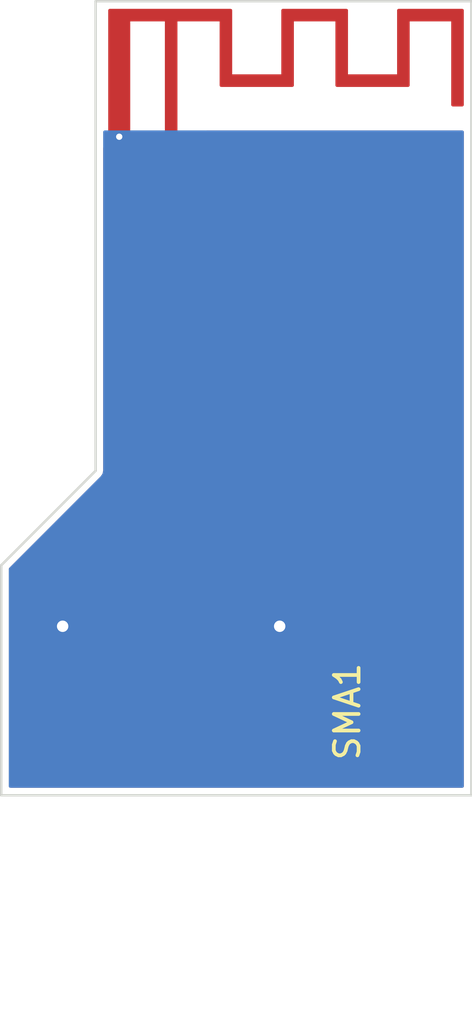
<source format=kicad_pcb>
(kicad_pcb (version 4) (host pcbnew 4.0.5)

  (general
    (links 10)
    (no_connects 0)
    (area 143.967999 94.450699 163.040061 126.554701)
    (thickness 1.6)
    (drawings 6)
    (tracks 1)
    (zones 0)
    (modules 1)
    (nets 2)
  )

  (page A4)
  (layers
    (0 F.Cu signal)
    (31 B.Cu signal)
    (32 B.Adhes user hide)
    (33 F.Adhes user hide)
    (34 B.Paste user hide)
    (35 F.Paste user hide)
    (36 B.SilkS user hide)
    (37 F.SilkS user hide)
    (38 B.Mask user hide)
    (39 F.Mask user hide)
    (40 Dwgs.User user hide)
    (41 Cmts.User user hide)
    (42 Eco1.User user hide)
    (43 Eco2.User user hide)
    (44 Edge.Cuts user)
    (45 Margin user hide)
    (46 B.CrtYd user hide)
    (47 F.CrtYd user hide)
    (48 B.Fab user hide)
    (49 F.Fab user hide)
  )

  (setup
    (last_trace_width 0.25)
    (user_trace_width 0.508)
    (user_trace_width 2.29108)
    (trace_clearance 0.2)
    (zone_clearance 0.254)
    (zone_45_only yes)
    (trace_min 0.127)
    (segment_width 0.2)
    (edge_width 0.09652)
    (via_size 0.6)
    (via_drill 0.4)
    (via_min_size 0.254)
    (via_min_drill 0.254)
    (user_via 0.3048 0.254)
    (user_via 0.381 0.3048)
    (uvia_size 0.3)
    (uvia_drill 0.1)
    (uvias_allowed no)
    (uvia_min_size 0.2)
    (uvia_min_drill 0.1)
    (pcb_text_width 0.3)
    (pcb_text_size 1.5 1.5)
    (mod_edge_width 0.15)
    (mod_text_size 1 1)
    (mod_text_width 0.15)
    (pad_size 1.5 1.5)
    (pad_drill 0.6)
    (pad_to_mask_clearance 0)
    (aux_axis_origin 144.018 126.5047)
    (grid_origin 144.018 126.5047)
    (visible_elements 7FFFFFFF)
    (pcbplotparams
      (layerselection 0x030f0_80000001)
      (usegerberextensions false)
      (excludeedgelayer true)
      (linewidth 0.025400)
      (plotframeref false)
      (viasonmask false)
      (mode 1)
      (useauxorigin true)
      (hpglpennumber 1)
      (hpglpenspeed 20)
      (hpglpendiameter 15)
      (hpglpenoverlay 2)
      (psnegative false)
      (psa4output false)
      (plotreference true)
      (plotvalue true)
      (plotinvisibletext false)
      (padsonsilk false)
      (subtractmaskfromsilk false)
      (outputformat 1)
      (mirror false)
      (drillshape 0)
      (scaleselection 1)
      (outputdirectory mifa_03_art/))
  )

  (net 0 "")
  (net 1 GND)

  (net_class Default "This is the default net class."
    (clearance 0.2)
    (trace_width 0.25)
    (via_dia 0.6)
    (via_drill 0.4)
    (uvia_dia 0.3)
    (uvia_drill 0.1)
    (add_net GND)
  )

  (module Connectors_Molex:Molex_SMA_Jack_Edge_Mount (layer F.Cu) (tedit 587D2992) (tstamp 58AE1DF6)
    (at 150.876 121.412 90)
    (descr "Molex SMA Jack, Edge Mount, http://www.molex.com/pdm_docs/sd/732511150_sd.pdf")
    (tags "sma edge")
    (path /58AB8622)
    (attr smd)
    (fp_text reference SMA1 (at -1.72 7.11 90) (layer F.SilkS)
      (effects (font (size 1 1) (thickness 0.15)))
    )
    (fp_text value SMA_JPXSTEM1 (at -1.72 -7.11 90) (layer F.Fab)
      (effects (font (size 1 1) (thickness 0.15)))
    )
    (fp_line (start -4.76 -0.38) (end 0.49 -0.38) (layer F.Fab) (width 0.1))
    (fp_line (start -4.76 0.38) (end 0.49 0.38) (layer F.Fab) (width 0.1))
    (fp_line (start 0.49 -0.38) (end 0.49 0.38) (layer F.Fab) (width 0.1))
    (fp_line (start 0.49 3.75) (end 0.49 4.76) (layer F.Fab) (width 0.1))
    (fp_line (start 0.49 -4.76) (end 0.49 -3.75) (layer F.Fab) (width 0.1))
    (fp_line (start -14.29 -6.09) (end -14.29 6.09) (layer F.CrtYd) (width 0.05))
    (fp_line (start -14.29 6.09) (end 2.71 6.09) (layer F.CrtYd) (width 0.05))
    (fp_line (start 2.71 -6.09) (end 2.71 6.09) (layer B.CrtYd) (width 0.05))
    (fp_line (start -14.29 -6.09) (end 2.71 -6.09) (layer B.CrtYd) (width 0.05))
    (fp_line (start -14.29 -6.09) (end -14.29 6.09) (layer B.CrtYd) (width 0.05))
    (fp_line (start -14.29 6.09) (end 2.71 6.09) (layer B.CrtYd) (width 0.05))
    (fp_line (start 2.71 -6.09) (end 2.71 6.09) (layer F.CrtYd) (width 0.05))
    (fp_line (start 2.71 -6.09) (end -14.29 -6.09) (layer F.CrtYd) (width 0.05))
    (fp_line (start -4.76 -3.75) (end 0.49 -3.75) (layer F.Fab) (width 0.1))
    (fp_line (start -4.76 3.75) (end 0.49 3.75) (layer F.Fab) (width 0.1))
    (fp_line (start -13.79 -2.65) (end -5.91 -2.65) (layer F.Fab) (width 0.1))
    (fp_line (start -13.79 -2.65) (end -13.79 2.65) (layer F.Fab) (width 0.1))
    (fp_line (start -13.79 2.65) (end -5.91 2.65) (layer F.Fab) (width 0.1))
    (fp_line (start -4.76 -3.75) (end -4.76 3.75) (layer F.Fab) (width 0.1))
    (fp_line (start 0.49 -4.76) (end -5.91 -4.76) (layer F.Fab) (width 0.1))
    (fp_line (start -5.91 -4.76) (end -5.91 4.76) (layer F.Fab) (width 0.1))
    (fp_line (start -5.91 4.76) (end 0.49 4.76) (layer F.Fab) (width 0.1))
    (pad 1 smd rect (at -1.72 0 90) (size 5.08 2.29) (layers F.Cu F.Paste F.Mask)
      (net 1 GND))
    (pad 2 smd rect (at -1.72 -4.38 90) (size 5.08 2.42) (layers F.Cu F.Paste F.Mask)
      (net 1 GND))
    (pad 2 smd rect (at -1.72 4.38 90) (size 5.08 2.42) (layers F.Cu F.Paste F.Mask)
      (net 1 GND))
    (pad 2 smd rect (at -1.72 -4.38 90) (size 5.08 2.42) (layers B.Cu B.Paste B.Mask)
      (net 1 GND))
    (pad 2 smd rect (at -1.72 4.38 90) (size 5.08 2.42) (layers B.Cu B.Paste B.Mask)
      (net 1 GND))
    (pad 2 thru_hole circle (at 1.72 -4.38 90) (size 0.97 0.97) (drill 0.46) (layers *.Cu)
      (net 1 GND))
    (pad 2 thru_hole circle (at 1.72 4.38 90) (size 0.97 0.97) (drill 0.46) (layers *.Cu)
      (net 1 GND))
    (pad 2 smd rect (at 1.27 -4.38 90) (size 0.89 0.46) (layers F.Cu)
      (net 1 GND))
    (pad 2 smd rect (at 1.27 4.38 90) (size 0.89 0.46) (layers F.Cu)
      (net 1 GND))
    (pad 2 smd rect (at 1.27 -4.38 90) (size 0.89 0.46) (layers B.Cu)
      (net 1 GND))
    (pad 2 smd rect (at 1.27 4.38 90) (size 0.89 0.46) (layers B.Cu)
      (net 1 GND))
  )

  (gr_line (start 147.828 113.4237) (end 147.828 94.5007) (angle 90) (layer Edge.Cuts) (width 0.1))
  (gr_line (start 162.9918 94.5007) (end 147.828 94.5007) (angle 90) (layer Edge.Cuts) (width 0.09652))
  (gr_line (start 162.9918 126.5047) (end 162.9918 94.5007) (angle 90) (layer Edge.Cuts) (width 0.09652))
  (gr_line (start 144.018 126.5047) (end 162.9918 126.5047) (angle 90) (layer Edge.Cuts) (width 0.09652))
  (gr_line (start 144.018 117.2337) (end 147.828 113.4237) (angle 90) (layer Edge.Cuts) (width 0.1))
  (gr_line (start 144.018 126.5047) (end 144.018 117.2337) (angle 90) (layer Edge.Cuts) (width 0.1))

  (via (at 148.7805 99.9617) (size 0.3048) (drill 0.254) (layers F.Cu B.Cu) (net 0))

  (zone (net 1) (net_name GND) (layer F.Cu) (tstamp 58AE73CE) (hatch edge 0.508)
    (connect_pads yes (clearance 0.254))
    (min_thickness 0.127)
    (fill yes (mode segment) (arc_segments 16) (thermal_gap 0.508) (thermal_bridge_width 0.508))
    (polygon
      (pts
        (xy 153.3398 97.4471) (xy 155.321 97.4471) (xy 155.321 94.8055) (xy 158.0134 94.8055) (xy 158.0134 97.4471)
        (xy 159.9946 97.4471) (xy 159.9946 94.8055) (xy 162.687 94.8055) (xy 162.687 98.7425) (xy 162.179 98.7425)
        (xy 162.179 95.3135) (xy 160.5026 95.3135) (xy 160.5026 97.9551) (xy 157.5054 97.9551) (xy 157.5054 95.3135)
        (xy 155.829 95.3135) (xy 155.829 97.9551) (xy 152.8318 97.9551) (xy 152.8318 95.3135) (xy 151.13 95.3135)
        (xy 151.13 100.2157) (xy 152.019 100.2157) (xy 152.019 125.6665) (xy 149.733 125.6665) (xy 149.733 100.2157)
        (xy 150.622 100.2157) (xy 150.622 95.3135) (xy 149.225 95.3135) (xy 149.225 100.2157) (xy 148.8567 100.2157)
        (xy 148.8567 100.3427) (xy 149.352 100.3427) (xy 149.352 99.7077) (xy 149.479 99.7077) (xy 149.479 125.9205)
        (xy 152.273 125.9205) (xy 152.273 99.7077) (xy 162.9918 99.7077) (xy 162.9918 126.5047) (xy 144.018 126.5047)
        (xy 144.018 117.2337) (xy 147.828 113.4237) (xy 147.828 99.7077) (xy 148.209 99.7077) (xy 148.209 100.3427)
        (xy 148.7043 100.3427) (xy 148.7043 100.2157) (xy 148.336 100.2157) (xy 148.336 94.8055) (xy 153.3398 94.8055)
      )
    )
    (filled_polygon
      (pts
        (xy 153.2763 97.4471) (xy 153.281303 97.471805) (xy 153.295523 97.492617) (xy 153.31672 97.506257) (xy 153.3398 97.5106)
        (xy 155.321 97.5106) (xy 155.345705 97.505597) (xy 155.366517 97.491377) (xy 155.380157 97.47018) (xy 155.3845 97.4471)
        (xy 155.3845 94.869) (xy 157.9499 94.869) (xy 157.9499 97.4471) (xy 157.954903 97.471805) (xy 157.969123 97.492617)
        (xy 157.99032 97.506257) (xy 158.0134 97.5106) (xy 159.9946 97.5106) (xy 160.019305 97.505597) (xy 160.040117 97.491377)
        (xy 160.053757 97.47018) (xy 160.0581 97.4471) (xy 160.0581 94.869) (xy 162.6235 94.869) (xy 162.6235 98.679)
        (xy 162.2425 98.679) (xy 162.2425 95.3135) (xy 162.237497 95.288795) (xy 162.223277 95.267983) (xy 162.20208 95.254343)
        (xy 162.179 95.25) (xy 160.5026 95.25) (xy 160.477895 95.255003) (xy 160.457083 95.269223) (xy 160.443443 95.29042)
        (xy 160.4391 95.3135) (xy 160.4391 97.8916) (xy 157.5689 97.8916) (xy 157.5689 95.3135) (xy 157.563897 95.288795)
        (xy 157.549677 95.267983) (xy 157.52848 95.254343) (xy 157.5054 95.25) (xy 155.829 95.25) (xy 155.804295 95.255003)
        (xy 155.783483 95.269223) (xy 155.769843 95.29042) (xy 155.7655 95.3135) (xy 155.7655 97.8916) (xy 152.8953 97.8916)
        (xy 152.8953 95.3135) (xy 152.890297 95.288795) (xy 152.876077 95.267983) (xy 152.85488 95.254343) (xy 152.8318 95.25)
        (xy 151.13 95.25) (xy 151.105295 95.255003) (xy 151.084483 95.269223) (xy 151.070843 95.29042) (xy 151.0665 95.3135)
        (xy 151.0665 100.2157) (xy 151.071503 100.240405) (xy 151.085723 100.261217) (xy 151.10692 100.274857) (xy 151.13 100.2792)
        (xy 151.9555 100.2792) (xy 151.9555 125.603) (xy 149.7965 125.603) (xy 149.7965 100.2792) (xy 150.622 100.2792)
        (xy 150.646705 100.274197) (xy 150.667517 100.259977) (xy 150.681157 100.23878) (xy 150.6855 100.2157) (xy 150.6855 95.3135)
        (xy 150.680497 95.288795) (xy 150.666277 95.267983) (xy 150.64508 95.254343) (xy 150.622 95.25) (xy 149.225 95.25)
        (xy 149.200295 95.255003) (xy 149.179483 95.269223) (xy 149.165843 95.29042) (xy 149.1615 95.3135) (xy 149.1615 100.1522)
        (xy 148.8567 100.1522) (xy 148.831995 100.157203) (xy 148.811183 100.171423) (xy 148.797543 100.19262) (xy 148.7932 100.2157)
        (xy 148.7932 100.3427) (xy 148.798203 100.367405) (xy 148.812423 100.388217) (xy 148.83362 100.401857) (xy 148.8567 100.4062)
        (xy 149.352 100.4062) (xy 149.376705 100.401197) (xy 149.397517 100.386977) (xy 149.411157 100.36578) (xy 149.4155 100.3427)
        (xy 149.4155 125.9205) (xy 149.420503 125.945205) (xy 149.434723 125.966017) (xy 149.45592 125.979657) (xy 149.479 125.984)
        (xy 152.273 125.984) (xy 152.297705 125.978997) (xy 152.318517 125.964777) (xy 152.332157 125.94358) (xy 152.3365 125.9205)
        (xy 152.3365 99.7712) (xy 162.62604 99.7712) (xy 162.62604 126.13894) (xy 144.3855 126.13894) (xy 144.3855 117.385924)
        (xy 148.087862 113.683562) (xy 148.167526 113.564336) (xy 148.195501 113.4237) (xy 148.1955 113.423695) (xy 148.1955 100.40366)
        (xy 148.209 100.4062) (xy 148.7043 100.4062) (xy 148.729005 100.401197) (xy 148.749817 100.386977) (xy 148.763457 100.36578)
        (xy 148.7678 100.3427) (xy 148.7678 100.2157) (xy 148.762797 100.190995) (xy 148.748577 100.170183) (xy 148.72738 100.156543)
        (xy 148.7043 100.1522) (xy 148.3995 100.1522) (xy 148.3995 94.869) (xy 153.2763 94.869)
      )
    )
    (fill_segments
      (pts (xy 153.2763 94.869) (xy 148.3995 94.869))
      (pts (xy 157.9499 94.869) (xy 155.3845 94.869))
      (pts (xy 162.6235 94.869) (xy 160.0581 94.869))
      (pts (xy 153.2763 94.9452) (xy 148.3995 94.9452))
      (pts (xy 157.9499 94.9452) (xy 155.3845 94.9452))
      (pts (xy 162.6235 94.9452) (xy 160.0581 94.9452))
      (pts (xy 153.2763 95.0214) (xy 148.3995 95.0214))
      (pts (xy 157.9499 95.0214) (xy 155.3845 95.0214))
      (pts (xy 162.6235 95.0214) (xy 160.0581 95.0214))
      (pts (xy 153.2763 95.0976) (xy 148.3995 95.0976))
      (pts (xy 157.9499 95.0976) (xy 155.3845 95.0976))
      (pts (xy 162.6235 95.0976) (xy 160.0581 95.0976))
      (pts (xy 153.2763 95.1738) (xy 148.3995 95.1738))
      (pts (xy 157.9499 95.1738) (xy 155.3845 95.1738))
      (pts (xy 162.6235 95.1738) (xy 160.0581 95.1738))
      (pts (xy 149.225 95.25) (xy 148.3995 95.25))
      (pts (xy 151.13 95.25) (xy 150.622 95.25))
      (pts (xy 153.2763 95.25) (xy 152.8318 95.25))
      (pts (xy 155.829 95.25) (xy 155.3845 95.25))
      (pts (xy 157.9499 95.25) (xy 157.5054 95.25))
      (pts (xy 160.5026 95.25) (xy 160.0581 95.25))
      (pts (xy 162.6235 95.25) (xy 162.179 95.25))
      (pts (xy 149.1615 95.3262) (xy 148.3995 95.3262))
      (pts (xy 151.0665 95.3262) (xy 150.6855 95.3262))
      (pts (xy 153.2763 95.3262) (xy 152.8953 95.3262))
      (pts (xy 155.7655 95.3262) (xy 155.3845 95.3262))
      (pts (xy 157.9499 95.3262) (xy 157.5689 95.3262))
      (pts (xy 160.4391 95.3262) (xy 160.0581 95.3262))
      (pts (xy 162.6235 95.3262) (xy 162.2425 95.3262))
      (pts (xy 149.1615 95.4024) (xy 148.3995 95.4024))
      (pts (xy 151.0665 95.4024) (xy 150.6855 95.4024))
      (pts (xy 153.2763 95.4024) (xy 152.8953 95.4024))
      (pts (xy 155.7655 95.4024) (xy 155.3845 95.4024))
      (pts (xy 157.9499 95.4024) (xy 157.5689 95.4024))
      (pts (xy 160.4391 95.4024) (xy 160.0581 95.4024))
      (pts (xy 162.6235 95.4024) (xy 162.2425 95.4024))
      (pts (xy 149.1615 95.4786) (xy 148.3995 95.4786))
      (pts (xy 151.0665 95.4786) (xy 150.6855 95.4786))
      (pts (xy 153.2763 95.4786) (xy 152.8953 95.4786))
      (pts (xy 155.7655 95.4786) (xy 155.3845 95.4786))
      (pts (xy 157.9499 95.4786) (xy 157.5689 95.4786))
      (pts (xy 160.4391 95.4786) (xy 160.0581 95.4786))
      (pts (xy 162.6235 95.4786) (xy 162.2425 95.4786))
      (pts (xy 149.1615 95.5548) (xy 148.3995 95.5548))
      (pts (xy 151.0665 95.5548) (xy 150.6855 95.5548))
      (pts (xy 153.2763 95.5548) (xy 152.8953 95.5548))
      (pts (xy 155.7655 95.5548) (xy 155.3845 95.5548))
      (pts (xy 157.9499 95.5548) (xy 157.5689 95.5548))
      (pts (xy 160.4391 95.5548) (xy 160.0581 95.5548))
      (pts (xy 162.6235 95.5548) (xy 162.2425 95.5548))
      (pts (xy 149.1615 95.631) (xy 148.3995 95.631))
      (pts (xy 151.0665 95.631) (xy 150.6855 95.631))
      (pts (xy 153.2763 95.631) (xy 152.8953 95.631))
      (pts (xy 155.7655 95.631) (xy 155.3845 95.631))
      (pts (xy 157.9499 95.631) (xy 157.5689 95.631))
      (pts (xy 160.4391 95.631) (xy 160.0581 95.631))
      (pts (xy 162.6235 95.631) (xy 162.2425 95.631))
      (pts (xy 149.1615 95.7072) (xy 148.3995 95.7072))
      (pts (xy 151.0665 95.7072) (xy 150.6855 95.7072))
      (pts (xy 153.2763 95.7072) (xy 152.8953 95.7072))
      (pts (xy 155.7655 95.7072) (xy 155.3845 95.7072))
      (pts (xy 157.9499 95.7072) (xy 157.5689 95.7072))
      (pts (xy 160.4391 95.7072) (xy 160.0581 95.7072))
      (pts (xy 162.6235 95.7072) (xy 162.2425 95.7072))
      (pts (xy 149.1615 95.7834) (xy 148.3995 95.7834))
      (pts (xy 151.0665 95.7834) (xy 150.6855 95.7834))
      (pts (xy 153.2763 95.7834) (xy 152.8953 95.7834))
      (pts (xy 155.7655 95.7834) (xy 155.3845 95.7834))
      (pts (xy 157.9499 95.7834) (xy 157.5689 95.7834))
      (pts (xy 160.4391 95.7834) (xy 160.0581 95.7834))
      (pts (xy 162.6235 95.7834) (xy 162.2425 95.7834))
      (pts (xy 149.1615 95.8596) (xy 148.3995 95.8596))
      (pts (xy 151.0665 95.8596) (xy 150.6855 95.8596))
      (pts (xy 153.2763 95.8596) (xy 152.8953 95.8596))
      (pts (xy 155.7655 95.8596) (xy 155.3845 95.8596))
      (pts (xy 157.9499 95.8596) (xy 157.5689 95.8596))
      (pts (xy 160.4391 95.8596) (xy 160.0581 95.8596))
      (pts (xy 162.6235 95.8596) (xy 162.2425 95.8596))
      (pts (xy 149.1615 95.9358) (xy 148.3995 95.9358))
      (pts (xy 151.0665 95.9358) (xy 150.6855 95.9358))
      (pts (xy 153.2763 95.9358) (xy 152.8953 95.9358))
      (pts (xy 155.7655 95.9358) (xy 155.3845 95.9358))
      (pts (xy 157.9499 95.9358) (xy 157.5689 95.9358))
      (pts (xy 160.4391 95.9358) (xy 160.0581 95.9358))
      (pts (xy 162.6235 95.9358) (xy 162.2425 95.9358))
      (pts (xy 149.1615 96.012) (xy 148.3995 96.012))
      (pts (xy 151.0665 96.012) (xy 150.6855 96.012))
      (pts (xy 153.2763 96.012) (xy 152.8953 96.012))
      (pts (xy 155.7655 96.012) (xy 155.3845 96.012))
      (pts (xy 157.9499 96.012) (xy 157.5689 96.012))
      (pts (xy 160.4391 96.012) (xy 160.0581 96.012))
      (pts (xy 162.6235 96.012) (xy 162.2425 96.012))
      (pts (xy 149.1615 96.0882) (xy 148.3995 96.0882))
      (pts (xy 151.0665 96.0882) (xy 150.6855 96.0882))
      (pts (xy 153.2763 96.0882) (xy 152.8953 96.0882))
      (pts (xy 155.7655 96.0882) (xy 155.3845 96.0882))
      (pts (xy 157.9499 96.0882) (xy 157.5689 96.0882))
      (pts (xy 160.4391 96.0882) (xy 160.0581 96.0882))
      (pts (xy 162.6235 96.0882) (xy 162.2425 96.0882))
      (pts (xy 149.1615 96.1644) (xy 148.3995 96.1644))
      (pts (xy 151.0665 96.1644) (xy 150.6855 96.1644))
      (pts (xy 153.2763 96.1644) (xy 152.8953 96.1644))
      (pts (xy 155.7655 96.1644) (xy 155.3845 96.1644))
      (pts (xy 157.9499 96.1644) (xy 157.5689 96.1644))
      (pts (xy 160.4391 96.1644) (xy 160.0581 96.1644))
      (pts (xy 162.6235 96.1644) (xy 162.2425 96.1644))
      (pts (xy 149.1615 96.2406) (xy 148.3995 96.2406))
      (pts (xy 151.0665 96.2406) (xy 150.6855 96.2406))
      (pts (xy 153.2763 96.2406) (xy 152.8953 96.2406))
      (pts (xy 155.7655 96.2406) (xy 155.3845 96.2406))
      (pts (xy 157.9499 96.2406) (xy 157.5689 96.2406))
      (pts (xy 160.4391 96.2406) (xy 160.0581 96.2406))
      (pts (xy 162.6235 96.2406) (xy 162.2425 96.2406))
      (pts (xy 149.1615 96.3168) (xy 148.3995 96.3168))
      (pts (xy 151.0665 96.3168) (xy 150.6855 96.3168))
      (pts (xy 153.2763 96.3168) (xy 152.8953 96.3168))
      (pts (xy 155.7655 96.3168) (xy 155.3845 96.3168))
      (pts (xy 157.9499 96.3168) (xy 157.5689 96.3168))
      (pts (xy 160.4391 96.3168) (xy 160.0581 96.3168))
      (pts (xy 162.6235 96.3168) (xy 162.2425 96.3168))
      (pts (xy 149.1615 96.393) (xy 148.3995 96.393))
      (pts (xy 151.0665 96.393) (xy 150.6855 96.393))
      (pts (xy 153.2763 96.393) (xy 152.8953 96.393))
      (pts (xy 155.7655 96.393) (xy 155.3845 96.393))
      (pts (xy 157.9499 96.393) (xy 157.5689 96.393))
      (pts (xy 160.4391 96.393) (xy 160.0581 96.393))
      (pts (xy 162.6235 96.393) (xy 162.2425 96.393))
      (pts (xy 149.1615 96.4692) (xy 148.3995 96.4692))
      (pts (xy 151.0665 96.4692) (xy 150.6855 96.4692))
      (pts (xy 153.2763 96.4692) (xy 152.8953 96.4692))
      (pts (xy 155.7655 96.4692) (xy 155.3845 96.4692))
      (pts (xy 157.9499 96.4692) (xy 157.5689 96.4692))
      (pts (xy 160.4391 96.4692) (xy 160.0581 96.4692))
      (pts (xy 162.6235 96.4692) (xy 162.2425 96.4692))
      (pts (xy 149.1615 96.5454) (xy 148.3995 96.5454))
      (pts (xy 151.0665 96.5454) (xy 150.6855 96.5454))
      (pts (xy 153.2763 96.5454) (xy 152.8953 96.5454))
      (pts (xy 155.7655 96.5454) (xy 155.3845 96.5454))
      (pts (xy 157.9499 96.5454) (xy 157.5689 96.5454))
      (pts (xy 160.4391 96.5454) (xy 160.0581 96.5454))
      (pts (xy 162.6235 96.5454) (xy 162.2425 96.5454))
      (pts (xy 149.1615 96.6216) (xy 148.3995 96.6216))
      (pts (xy 151.0665 96.6216) (xy 150.6855 96.6216))
      (pts (xy 153.2763 96.6216) (xy 152.8953 96.6216))
      (pts (xy 155.7655 96.6216) (xy 155.3845 96.6216))
      (pts (xy 157.9499 96.6216) (xy 157.5689 96.6216))
      (pts (xy 160.4391 96.6216) (xy 160.0581 96.6216))
      (pts (xy 162.6235 96.6216) (xy 162.2425 96.6216))
      (pts (xy 149.1615 96.6978) (xy 148.3995 96.6978))
      (pts (xy 151.0665 96.6978) (xy 150.6855 96.6978))
      (pts (xy 153.2763 96.6978) (xy 152.8953 96.6978))
      (pts (xy 155.7655 96.6978) (xy 155.3845 96.6978))
      (pts (xy 157.9499 96.6978) (xy 157.5689 96.6978))
      (pts (xy 160.4391 96.6978) (xy 160.0581 96.6978))
      (pts (xy 162.6235 96.6978) (xy 162.2425 96.6978))
      (pts (xy 149.1615 96.774) (xy 148.3995 96.774))
      (pts (xy 151.0665 96.774) (xy 150.6855 96.774))
      (pts (xy 153.2763 96.774) (xy 152.8953 96.774))
      (pts (xy 155.7655 96.774) (xy 155.3845 96.774))
      (pts (xy 157.9499 96.774) (xy 157.5689 96.774))
      (pts (xy 160.4391 96.774) (xy 160.0581 96.774))
      (pts (xy 162.6235 96.774) (xy 162.2425 96.774))
      (pts (xy 149.1615 96.8502) (xy 148.3995 96.8502))
      (pts (xy 151.0665 96.8502) (xy 150.6855 96.8502))
      (pts (xy 153.2763 96.8502) (xy 152.8953 96.8502))
      (pts (xy 155.7655 96.8502) (xy 155.3845 96.8502))
      (pts (xy 157.9499 96.8502) (xy 157.5689 96.8502))
      (pts (xy 160.4391 96.8502) (xy 160.0581 96.8502))
      (pts (xy 162.6235 96.8502) (xy 162.2425 96.8502))
      (pts (xy 149.1615 96.9264) (xy 148.3995 96.9264))
      (pts (xy 151.0665 96.9264) (xy 150.6855 96.9264))
      (pts (xy 153.2763 96.9264) (xy 152.8953 96.9264))
      (pts (xy 155.7655 96.9264) (xy 155.3845 96.9264))
      (pts (xy 157.9499 96.9264) (xy 157.5689 96.9264))
      (pts (xy 160.4391 96.9264) (xy 160.0581 96.9264))
      (pts (xy 162.6235 96.9264) (xy 162.2425 96.9264))
      (pts (xy 149.1615 97.0026) (xy 148.3995 97.0026))
      (pts (xy 151.0665 97.0026) (xy 150.6855 97.0026))
      (pts (xy 153.2763 97.0026) (xy 152.8953 97.0026))
      (pts (xy 155.7655 97.0026) (xy 155.3845 97.0026))
      (pts (xy 157.9499 97.0026) (xy 157.5689 97.0026))
      (pts (xy 160.4391 97.0026) (xy 160.0581 97.0026))
      (pts (xy 162.6235 97.0026) (xy 162.2425 97.0026))
      (pts (xy 149.1615 97.0788) (xy 148.3995 97.0788))
      (pts (xy 151.0665 97.0788) (xy 150.6855 97.0788))
      (pts (xy 153.2763 97.0788) (xy 152.8953 97.0788))
      (pts (xy 155.7655 97.0788) (xy 155.3845 97.0788))
      (pts (xy 157.9499 97.0788) (xy 157.5689 97.0788))
      (pts (xy 160.4391 97.0788) (xy 160.0581 97.0788))
      (pts (xy 162.6235 97.0788) (xy 162.2425 97.0788))
      (pts (xy 149.1615 97.155) (xy 148.3995 97.155))
      (pts (xy 151.0665 97.155) (xy 150.6855 97.155))
      (pts (xy 153.2763 97.155) (xy 152.8953 97.155))
      (pts (xy 155.7655 97.155) (xy 155.3845 97.155))
      (pts (xy 157.9499 97.155) (xy 157.5689 97.155))
      (pts (xy 160.4391 97.155) (xy 160.0581 97.155))
      (pts (xy 162.6235 97.155) (xy 162.2425 97.155))
      (pts (xy 149.1615 97.2312) (xy 148.3995 97.2312))
      (pts (xy 151.0665 97.2312) (xy 150.6855 97.2312))
      (pts (xy 153.2763 97.2312) (xy 152.8953 97.2312))
      (pts (xy 155.7655 97.2312) (xy 155.3845 97.2312))
      (pts (xy 157.9499 97.2312) (xy 157.5689 97.2312))
      (pts (xy 160.4391 97.2312) (xy 160.0581 97.2312))
      (pts (xy 162.6235 97.2312) (xy 162.2425 97.2312))
      (pts (xy 149.1615 97.3074) (xy 148.3995 97.3074))
      (pts (xy 151.0665 97.3074) (xy 150.6855 97.3074))
      (pts (xy 153.2763 97.3074) (xy 152.8953 97.3074))
      (pts (xy 155.7655 97.3074) (xy 155.3845 97.3074))
      (pts (xy 157.9499 97.3074) (xy 157.5689 97.3074))
      (pts (xy 160.4391 97.3074) (xy 160.0581 97.3074))
      (pts (xy 162.6235 97.3074) (xy 162.2425 97.3074))
      (pts (xy 149.1615 97.3836) (xy 148.3995 97.3836))
      (pts (xy 151.0665 97.3836) (xy 150.6855 97.3836))
      (pts (xy 153.2763 97.3836) (xy 152.8953 97.3836))
      (pts (xy 155.7655 97.3836) (xy 155.3845 97.3836))
      (pts (xy 157.9499 97.3836) (xy 157.5689 97.3836))
      (pts (xy 160.4391 97.3836) (xy 160.0581 97.3836))
      (pts (xy 162.6235 97.3836) (xy 162.2425 97.3836))
      (pts (xy 149.1615 97.4598) (xy 148.3995 97.4598))
      (pts (xy 151.0665 97.4598) (xy 150.6855 97.4598))
      (pts (xy 153.278871 97.4598) (xy 152.8953 97.4598))
      (pts (xy 155.7655 97.4598) (xy 155.38211 97.4598))
      (pts (xy 157.952471 97.4598) (xy 157.5689 97.4598))
      (pts (xy 160.4391 97.4598) (xy 160.05571 97.4598))
      (pts (xy 162.6235 97.4598) (xy 162.2425 97.4598))
      (pts (xy 149.1615 97.536) (xy 148.3995 97.536))
      (pts (xy 151.0665 97.536) (xy 150.6855 97.536))
      (pts (xy 155.7655 97.536) (xy 152.8953 97.536))
      (pts (xy 160.4391 97.536) (xy 157.5689 97.536))
      (pts (xy 162.6235 97.536) (xy 162.2425 97.536))
      (pts (xy 149.1615 97.6122) (xy 148.3995 97.6122))
      (pts (xy 151.0665 97.6122) (xy 150.6855 97.6122))
      (pts (xy 155.7655 97.6122) (xy 152.8953 97.6122))
      (pts (xy 160.4391 97.6122) (xy 157.5689 97.6122))
      (pts (xy 162.6235 97.6122) (xy 162.2425 97.6122))
      (pts (xy 149.1615 97.6884) (xy 148.3995 97.6884))
      (pts (xy 151.0665 97.6884) (xy 150.6855 97.6884))
      (pts (xy 155.7655 97.6884) (xy 152.8953 97.6884))
      (pts (xy 160.4391 97.6884) (xy 157.5689 97.6884))
      (pts (xy 162.6235 97.6884) (xy 162.2425 97.6884))
      (pts (xy 149.1615 97.7646) (xy 148.3995 97.7646))
      (pts (xy 151.0665 97.7646) (xy 150.6855 97.7646))
      (pts (xy 155.7655 97.7646) (xy 152.8953 97.7646))
      (pts (xy 160.4391 97.7646) (xy 157.5689 97.7646))
      (pts (xy 162.6235 97.7646) (xy 162.2425 97.7646))
      (pts (xy 149.1615 97.8408) (xy 148.3995 97.8408))
      (pts (xy 151.0665 97.8408) (xy 150.6855 97.8408))
      (pts (xy 155.7655 97.8408) (xy 152.8953 97.8408))
      (pts (xy 160.4391 97.8408) (xy 157.5689 97.8408))
      (pts (xy 162.6235 97.8408) (xy 162.2425 97.8408))
      (pts (xy 149.1615 97.917) (xy 148.3995 97.917))
      (pts (xy 151.0665 97.917) (xy 150.6855 97.917))
      (pts (xy 162.6235 97.917) (xy 162.2425 97.917))
      (pts (xy 149.1615 97.9932) (xy 148.3995 97.9932))
      (pts (xy 151.0665 97.9932) (xy 150.6855 97.9932))
      (pts (xy 162.6235 97.9932) (xy 162.2425 97.9932))
      (pts (xy 149.1615 98.0694) (xy 148.3995 98.0694))
      (pts (xy 151.0665 98.0694) (xy 150.6855 98.0694))
      (pts (xy 162.6235 98.0694) (xy 162.2425 98.0694))
      (pts (xy 149.1615 98.1456) (xy 148.3995 98.1456))
      (pts (xy 151.0665 98.1456) (xy 150.6855 98.1456))
      (pts (xy 162.6235 98.1456) (xy 162.2425 98.1456))
      (pts (xy 149.1615 98.2218) (xy 148.3995 98.2218))
      (pts (xy 151.0665 98.2218) (xy 150.6855 98.2218))
      (pts (xy 162.6235 98.2218) (xy 162.2425 98.2218))
      (pts (xy 149.1615 98.298) (xy 148.3995 98.298))
      (pts (xy 151.0665 98.298) (xy 150.6855 98.298))
      (pts (xy 162.6235 98.298) (xy 162.2425 98.298))
      (pts (xy 149.1615 98.3742) (xy 148.3995 98.3742))
      (pts (xy 151.0665 98.3742) (xy 150.6855 98.3742))
      (pts (xy 162.6235 98.3742) (xy 162.2425 98.3742))
      (pts (xy 149.1615 98.4504) (xy 148.3995 98.4504))
      (pts (xy 151.0665 98.4504) (xy 150.6855 98.4504))
      (pts (xy 162.6235 98.4504) (xy 162.2425 98.4504))
      (pts (xy 149.1615 98.5266) (xy 148.3995 98.5266))
      (pts (xy 151.0665 98.5266) (xy 150.6855 98.5266))
      (pts (xy 162.6235 98.5266) (xy 162.2425 98.5266))
      (pts (xy 149.1615 98.6028) (xy 148.3995 98.6028))
      (pts (xy 151.0665 98.6028) (xy 150.6855 98.6028))
      (pts (xy 162.6235 98.6028) (xy 162.2425 98.6028))
      (pts (xy 149.1615 98.679) (xy 148.3995 98.679))
      (pts (xy 151.0665 98.679) (xy 150.6855 98.679))
      (pts (xy 149.1615 98.7552) (xy 148.3995 98.7552))
      (pts (xy 151.0665 98.7552) (xy 150.6855 98.7552))
      (pts (xy 149.1615 98.8314) (xy 148.3995 98.8314))
      (pts (xy 151.0665 98.8314) (xy 150.6855 98.8314))
      (pts (xy 149.1615 98.9076) (xy 148.3995 98.9076))
      (pts (xy 151.0665 98.9076) (xy 150.6855 98.9076))
      (pts (xy 149.1615 98.9838) (xy 148.3995 98.9838))
      (pts (xy 151.0665 98.9838) (xy 150.6855 98.9838))
      (pts (xy 149.1615 99.06) (xy 148.3995 99.06))
      (pts (xy 151.0665 99.06) (xy 150.6855 99.06))
      (pts (xy 149.1615 99.1362) (xy 148.3995 99.1362))
      (pts (xy 151.0665 99.1362) (xy 150.6855 99.1362))
      (pts (xy 149.1615 99.2124) (xy 148.3995 99.2124))
      (pts (xy 151.0665 99.2124) (xy 150.6855 99.2124))
      (pts (xy 149.1615 99.2886) (xy 148.3995 99.2886))
      (pts (xy 151.0665 99.2886) (xy 150.6855 99.2886))
      (pts (xy 149.1615 99.3648) (xy 148.3995 99.3648))
      (pts (xy 151.0665 99.3648) (xy 150.6855 99.3648))
      (pts (xy 149.1615 99.441) (xy 148.3995 99.441))
      (pts (xy 151.0665 99.441) (xy 150.6855 99.441))
      (pts (xy 149.1615 99.5172) (xy 148.3995 99.5172))
      (pts (xy 151.0665 99.5172) (xy 150.6855 99.5172))
      (pts (xy 149.1615 99.5934) (xy 148.3995 99.5934))
      (pts (xy 151.0665 99.5934) (xy 150.6855 99.5934))
      (pts (xy 149.1615 99.6696) (xy 148.3995 99.6696))
      (pts (xy 151.0665 99.6696) (xy 150.6855 99.6696))
      (pts (xy 149.1615 99.7458) (xy 148.3995 99.7458))
      (pts (xy 151.0665 99.7458) (xy 150.6855 99.7458))
      (pts (xy 149.1615 99.822) (xy 148.3995 99.822))
      (pts (xy 151.0665 99.822) (xy 150.6855 99.822))
      (pts (xy 162.62604 99.822) (xy 152.3365 99.822))
      (pts (xy 149.1615 99.8982) (xy 148.3995 99.8982))
      (pts (xy 151.0665 99.8982) (xy 150.6855 99.8982))
      (pts (xy 162.62604 99.8982) (xy 152.3365 99.8982))
      (pts (xy 149.1615 99.9744) (xy 148.3995 99.9744))
      (pts (xy 151.0665 99.9744) (xy 150.6855 99.9744))
      (pts (xy 162.62604 99.9744) (xy 152.3365 99.9744))
      (pts (xy 149.1615 100.0506) (xy 148.3995 100.0506))
      (pts (xy 151.0665 100.0506) (xy 150.6855 100.0506))
      (pts (xy 162.62604 100.0506) (xy 152.3365 100.0506))
      (pts (xy 149.1615 100.1268) (xy 148.3995 100.1268))
      (pts (xy 151.0665 100.1268) (xy 150.6855 100.1268))
      (pts (xy 162.62604 100.1268) (xy 152.3365 100.1268))
      (pts (xy 148.79559 100.203) (xy 148.765229 100.203))
      (pts (xy 151.0665 100.203) (xy 150.6855 100.203))
      (pts (xy 162.62604 100.203) (xy 152.3365 100.203))
      (pts (xy 148.7932 100.2792) (xy 148.7678 100.2792))
      (pts (xy 151.9555 100.2792) (xy 149.7965 100.2792))
      (pts (xy 162.62604 100.2792) (xy 152.3365 100.2792))
      (pts (xy 148.795771 100.3554) (xy 148.76541 100.3554))
      (pts (xy 149.4155 100.3554) (xy 149.41311 100.3554))
      (pts (xy 151.9555 100.3554) (xy 149.7965 100.3554))
      (pts (xy 162.62604 100.3554) (xy 152.3365 100.3554))
      (pts (xy 149.4155 100.4316) (xy 148.1955 100.4316))
      (pts (xy 151.9555 100.4316) (xy 149.7965 100.4316))
      (pts (xy 162.62604 100.4316) (xy 152.3365 100.4316))
      (pts (xy 149.4155 100.5078) (xy 148.1955 100.5078))
      (pts (xy 151.9555 100.5078) (xy 149.7965 100.5078))
      (pts (xy 162.62604 100.5078) (xy 152.3365 100.5078))
      (pts (xy 149.4155 100.584) (xy 148.1955 100.584))
      (pts (xy 151.9555 100.584) (xy 149.7965 100.584))
      (pts (xy 162.62604 100.584) (xy 152.3365 100.584))
      (pts (xy 149.4155 100.6602) (xy 148.1955 100.6602))
      (pts (xy 151.9555 100.6602) (xy 149.7965 100.6602))
      (pts (xy 162.62604 100.6602) (xy 152.3365 100.6602))
      (pts (xy 149.4155 100.7364) (xy 148.1955 100.7364))
      (pts (xy 151.9555 100.7364) (xy 149.7965 100.7364))
      (pts (xy 162.62604 100.7364) (xy 152.3365 100.7364))
      (pts (xy 149.4155 100.8126) (xy 148.1955 100.8126))
      (pts (xy 151.9555 100.8126) (xy 149.7965 100.8126))
      (pts (xy 162.62604 100.8126) (xy 152.3365 100.8126))
      (pts (xy 149.4155 100.8888) (xy 148.1955 100.8888))
      (pts (xy 151.9555 100.8888) (xy 149.7965 100.8888))
      (pts (xy 162.62604 100.8888) (xy 152.3365 100.8888))
      (pts (xy 149.4155 100.965) (xy 148.1955 100.965))
      (pts (xy 151.9555 100.965) (xy 149.7965 100.965))
      (pts (xy 162.62604 100.965) (xy 152.3365 100.965))
      (pts (xy 149.4155 101.0412) (xy 148.1955 101.0412))
      (pts (xy 151.9555 101.0412) (xy 149.7965 101.0412))
      (pts (xy 162.62604 101.0412) (xy 152.3365 101.0412))
      (pts (xy 149.4155 101.1174) (xy 148.1955 101.1174))
      (pts (xy 151.9555 101.1174) (xy 149.7965 101.1174))
      (pts (xy 162.62604 101.1174) (xy 152.3365 101.1174))
      (pts (xy 149.4155 101.1936) (xy 148.1955 101.1936))
      (pts (xy 151.9555 101.1936) (xy 149.7965 101.1936))
      (pts (xy 162.62604 101.1936) (xy 152.3365 101.1936))
      (pts (xy 149.4155 101.2698) (xy 148.1955 101.2698))
      (pts (xy 151.9555 101.2698) (xy 149.7965 101.2698))
      (pts (xy 162.62604 101.2698) (xy 152.3365 101.2698))
      (pts (xy 149.4155 101.346) (xy 148.1955 101.346))
      (pts (xy 151.9555 101.346) (xy 149.7965 101.346))
      (pts (xy 162.62604 101.346) (xy 152.3365 101.346))
      (pts (xy 149.4155 101.4222) (xy 148.1955 101.4222))
      (pts (xy 151.9555 101.4222) (xy 149.7965 101.4222))
      (pts (xy 162.62604 101.4222) (xy 152.3365 101.4222))
      (pts (xy 149.4155 101.4984) (xy 148.1955 101.4984))
      (pts (xy 151.9555 101.4984) (xy 149.7965 101.4984))
      (pts (xy 162.62604 101.4984) (xy 152.3365 101.4984))
      (pts (xy 149.4155 101.5746) (xy 148.1955 101.5746))
      (pts (xy 151.9555 101.5746) (xy 149.7965 101.5746))
      (pts (xy 162.62604 101.5746) (xy 152.3365 101.5746))
      (pts (xy 149.4155 101.6508) (xy 148.1955 101.6508))
      (pts (xy 151.9555 101.6508) (xy 149.7965 101.6508))
      (pts (xy 162.62604 101.6508) (xy 152.3365 101.6508))
      (pts (xy 149.4155 101.727) (xy 148.1955 101.727))
      (pts (xy 151.9555 101.727) (xy 149.7965 101.727))
      (pts (xy 162.62604 101.727) (xy 152.3365 101.727))
      (pts (xy 149.4155 101.8032) (xy 148.1955 101.8032))
      (pts (xy 151.9555 101.8032) (xy 149.7965 101.8032))
      (pts (xy 162.62604 101.8032) (xy 152.3365 101.8032))
      (pts (xy 149.4155 101.8794) (xy 148.1955 101.8794))
      (pts (xy 151.9555 101.8794) (xy 149.7965 101.8794))
      (pts (xy 162.62604 101.8794) (xy 152.3365 101.8794))
      (pts (xy 149.4155 101.9556) (xy 148.1955 101.9556))
      (pts (xy 151.9555 101.9556) (xy 149.7965 101.9556))
      (pts (xy 162.62604 101.9556) (xy 152.3365 101.9556))
      (pts (xy 149.4155 102.0318) (xy 148.1955 102.0318))
      (pts (xy 151.9555 102.0318) (xy 149.7965 102.0318))
      (pts (xy 162.62604 102.0318) (xy 152.3365 102.0318))
      (pts (xy 149.4155 102.108) (xy 148.1955 102.108))
      (pts (xy 151.9555 102.108) (xy 149.7965 102.108))
      (pts (xy 162.62604 102.108) (xy 152.3365 102.108))
      (pts (xy 149.4155 102.1842) (xy 148.1955 102.1842))
      (pts (xy 151.9555 102.1842) (xy 149.7965 102.1842))
      (pts (xy 162.62604 102.1842) (xy 152.3365 102.1842))
      (pts (xy 149.4155 102.2604) (xy 148.1955 102.2604))
      (pts (xy 151.9555 102.2604) (xy 149.7965 102.2604))
      (pts (xy 162.62604 102.2604) (xy 152.3365 102.2604))
      (pts (xy 149.4155 102.3366) (xy 148.1955 102.3366))
      (pts (xy 151.9555 102.3366) (xy 149.7965 102.3366))
      (pts (xy 162.62604 102.3366) (xy 152.3365 102.3366))
      (pts (xy 149.4155 102.4128) (xy 148.1955 102.4128))
      (pts (xy 151.9555 102.4128) (xy 149.7965 102.4128))
      (pts (xy 162.62604 102.4128) (xy 152.3365 102.4128))
      (pts (xy 149.4155 102.489) (xy 148.1955 102.489))
      (pts (xy 151.9555 102.489) (xy 149.7965 102.489))
      (pts (xy 162.62604 102.489) (xy 152.3365 102.489))
      (pts (xy 149.4155 102.5652) (xy 148.1955 102.5652))
      (pts (xy 151.9555 102.5652) (xy 149.7965 102.5652))
      (pts (xy 162.62604 102.5652) (xy 152.3365 102.5652))
      (pts (xy 149.4155 102.6414) (xy 148.1955 102.6414))
      (pts (xy 151.9555 102.6414) (xy 149.7965 102.6414))
      (pts (xy 162.62604 102.6414) (xy 152.3365 102.6414))
      (pts (xy 149.4155 102.7176) (xy 148.1955 102.7176))
      (pts (xy 151.9555 102.7176) (xy 149.7965 102.7176))
      (pts (xy 162.62604 102.7176) (xy 152.3365 102.7176))
      (pts (xy 149.4155 102.7938) (xy 148.1955 102.7938))
      (pts (xy 151.9555 102.7938) (xy 149.7965 102.7938))
      (pts (xy 162.62604 102.7938) (xy 152.3365 102.7938))
      (pts (xy 149.4155 102.87) (xy 148.1955 102.87))
      (pts (xy 151.9555 102.87) (xy 149.7965 102.87))
      (pts (xy 162.62604 102.87) (xy 152.3365 102.87))
      (pts (xy 149.4155 102.9462) (xy 148.1955 102.9462))
      (pts (xy 151.9555 102.9462) (xy 149.7965 102.9462))
      (pts (xy 162.62604 102.9462) (xy 152.3365 102.9462))
      (pts (xy 149.4155 103.0224) (xy 148.1955 103.0224))
      (pts (xy 151.9555 103.0224) (xy 149.7965 103.0224))
      (pts (xy 162.62604 103.0224) (xy 152.3365 103.0224))
      (pts (xy 149.4155 103.0986) (xy 148.1955 103.0986))
      (pts (xy 151.9555 103.0986) (xy 149.7965 103.0986))
      (pts (xy 162.62604 103.0986) (xy 152.3365 103.0986))
      (pts (xy 149.4155 103.1748) (xy 148.1955 103.1748))
      (pts (xy 151.9555 103.1748) (xy 149.7965 103.1748))
      (pts (xy 162.62604 103.1748) (xy 152.3365 103.1748))
      (pts (xy 149.4155 103.251) (xy 148.1955 103.251))
      (pts (xy 151.9555 103.251) (xy 149.7965 103.251))
      (pts (xy 162.62604 103.251) (xy 152.3365 103.251))
      (pts (xy 149.4155 103.3272) (xy 148.1955 103.3272))
      (pts (xy 151.9555 103.3272) (xy 149.7965 103.3272))
      (pts (xy 162.62604 103.3272) (xy 152.3365 103.3272))
      (pts (xy 149.4155 103.4034) (xy 148.1955 103.4034))
      (pts (xy 151.9555 103.4034) (xy 149.7965 103.4034))
      (pts (xy 162.62604 103.4034) (xy 152.3365 103.4034))
      (pts (xy 149.4155 103.4796) (xy 148.1955 103.4796))
      (pts (xy 151.9555 103.4796) (xy 149.7965 103.4796))
      (pts (xy 162.62604 103.4796) (xy 152.3365 103.4796))
      (pts (xy 149.4155 103.5558) (xy 148.1955 103.5558))
      (pts (xy 151.9555 103.5558) (xy 149.7965 103.5558))
      (pts (xy 162.62604 103.5558) (xy 152.3365 103.5558))
      (pts (xy 149.4155 103.632) (xy 148.1955 103.632))
      (pts (xy 151.9555 103.632) (xy 149.7965 103.632))
      (pts (xy 162.62604 103.632) (xy 152.3365 103.632))
      (pts (xy 149.4155 103.7082) (xy 148.1955 103.7082))
      (pts (xy 151.9555 103.7082) (xy 149.7965 103.7082))
      (pts (xy 162.62604 103.7082) (xy 152.3365 103.7082))
      (pts (xy 149.4155 103.7844) (xy 148.1955 103.7844))
      (pts (xy 151.9555 103.7844) (xy 149.7965 103.7844))
      (pts (xy 162.62604 103.7844) (xy 152.3365 103.7844))
      (pts (xy 149.4155 103.8606) (xy 148.1955 103.8606))
      (pts (xy 151.9555 103.8606) (xy 149.7965 103.8606))
      (pts (xy 162.62604 103.8606) (xy 152.3365 103.8606))
      (pts (xy 149.4155 103.9368) (xy 148.1955 103.9368))
      (pts (xy 151.9555 103.9368) (xy 149.7965 103.9368))
      (pts (xy 162.62604 103.9368) (xy 152.3365 103.9368))
      (pts (xy 149.4155 104.013) (xy 148.1955 104.013))
      (pts (xy 151.9555 104.013) (xy 149.7965 104.013))
      (pts (xy 162.62604 104.013) (xy 152.3365 104.013))
      (pts (xy 149.4155 104.0892) (xy 148.1955 104.0892))
      (pts (xy 151.9555 104.0892) (xy 149.7965 104.0892))
      (pts (xy 162.62604 104.0892) (xy 152.3365 104.0892))
      (pts (xy 149.4155 104.1654) (xy 148.1955 104.1654))
      (pts (xy 151.9555 104.1654) (xy 149.7965 104.1654))
      (pts (xy 162.62604 104.1654) (xy 152.3365 104.1654))
      (pts (xy 149.4155 104.2416) (xy 148.1955 104.2416))
      (pts (xy 151.9555 104.2416) (xy 149.7965 104.2416))
      (pts (xy 162.62604 104.2416) (xy 152.3365 104.2416))
      (pts (xy 149.4155 104.3178) (xy 148.1955 104.3178))
      (pts (xy 151.9555 104.3178) (xy 149.7965 104.3178))
      (pts (xy 162.62604 104.3178) (xy 152.3365 104.3178))
      (pts (xy 149.4155 104.394) (xy 148.1955 104.394))
      (pts (xy 151.9555 104.394) (xy 149.7965 104.394))
      (pts (xy 162.62604 104.394) (xy 152.3365 104.394))
      (pts (xy 149.4155 104.4702) (xy 148.1955 104.4702))
      (pts (xy 151.9555 104.4702) (xy 149.7965 104.4702))
      (pts (xy 162.62604 104.4702) (xy 152.3365 104.4702))
      (pts (xy 149.4155 104.5464) (xy 148.1955 104.5464))
      (pts (xy 151.9555 104.5464) (xy 149.7965 104.5464))
      (pts (xy 162.62604 104.5464) (xy 152.3365 104.5464))
      (pts (xy 149.4155 104.6226) (xy 148.1955 104.6226))
      (pts (xy 151.9555 104.6226) (xy 149.7965 104.6226))
      (pts (xy 162.62604 104.6226) (xy 152.3365 104.6226))
      (pts (xy 149.4155 104.6988) (xy 148.1955 104.6988))
      (pts (xy 151.9555 104.6988) (xy 149.7965 104.6988))
      (pts (xy 162.62604 104.6988) (xy 152.3365 104.6988))
      (pts (xy 149.4155 104.775) (xy 148.1955 104.775))
      (pts (xy 151.9555 104.775) (xy 149.7965 104.775))
      (pts (xy 162.62604 104.775) (xy 152.3365 104.775))
      (pts (xy 149.4155 104.8512) (xy 148.1955 104.8512))
      (pts (xy 151.9555 104.8512) (xy 149.7965 104.8512))
      (pts (xy 162.62604 104.8512) (xy 152.3365 104.8512))
      (pts (xy 149.4155 104.9274) (xy 148.1955 104.9274))
      (pts (xy 151.9555 104.9274) (xy 149.7965 104.9274))
      (pts (xy 162.62604 104.9274) (xy 152.3365 104.9274))
      (pts (xy 149.4155 105.0036) (xy 148.1955 105.0036))
      (pts (xy 151.9555 105.0036) (xy 149.7965 105.0036))
      (pts (xy 162.62604 105.0036) (xy 152.3365 105.0036))
      (pts (xy 149.4155 105.0798) (xy 148.1955 105.0798))
      (pts (xy 151.9555 105.0798) (xy 149.7965 105.0798))
      (pts (xy 162.62604 105.0798) (xy 152.3365 105.0798))
      (pts (xy 149.4155 105.156) (xy 148.1955 105.156))
      (pts (xy 151.9555 105.156) (xy 149.7965 105.156))
      (pts (xy 162.62604 105.156) (xy 152.3365 105.156))
      (pts (xy 149.4155 105.2322) (xy 148.1955 105.2322))
      (pts (xy 151.9555 105.2322) (xy 149.7965 105.2322))
      (pts (xy 162.62604 105.2322) (xy 152.3365 105.2322))
      (pts (xy 149.4155 105.3084) (xy 148.1955 105.3084))
      (pts (xy 151.9555 105.3084) (xy 149.7965 105.3084))
      (pts (xy 162.62604 105.3084) (xy 152.3365 105.3084))
      (pts (xy 149.4155 105.3846) (xy 148.1955 105.3846))
      (pts (xy 151.9555 105.3846) (xy 149.7965 105.3846))
      (pts (xy 162.62604 105.3846) (xy 152.3365 105.3846))
      (pts (xy 149.4155 105.4608) (xy 148.1955 105.4608))
      (pts (xy 151.9555 105.4608) (xy 149.7965 105.4608))
      (pts (xy 162.62604 105.4608) (xy 152.3365 105.4608))
      (pts (xy 149.4155 105.537) (xy 148.1955 105.537))
      (pts (xy 151.9555 105.537) (xy 149.7965 105.537))
      (pts (xy 162.62604 105.537) (xy 152.3365 105.537))
      (pts (xy 149.4155 105.6132) (xy 148.1955 105.6132))
      (pts (xy 151.9555 105.6132) (xy 149.7965 105.6132))
      (pts (xy 162.62604 105.6132) (xy 152.3365 105.6132))
      (pts (xy 149.4155 105.6894) (xy 148.1955 105.6894))
      (pts (xy 151.9555 105.6894) (xy 149.7965 105.6894))
      (pts (xy 162.62604 105.6894) (xy 152.3365 105.6894))
      (pts (xy 149.4155 105.7656) (xy 148.1955 105.7656))
      (pts (xy 151.9555 105.7656) (xy 149.7965 105.7656))
      (pts (xy 162.62604 105.7656) (xy 152.3365 105.7656))
      (pts (xy 149.4155 105.8418) (xy 148.1955 105.8418))
      (pts (xy 151.9555 105.8418) (xy 149.7965 105.8418))
      (pts (xy 162.62604 105.8418) (xy 152.3365 105.8418))
      (pts (xy 149.4155 105.918) (xy 148.1955 105.918))
      (pts (xy 151.9555 105.918) (xy 149.7965 105.918))
      (pts (xy 162.62604 105.918) (xy 152.3365 105.918))
      (pts (xy 149.4155 105.9942) (xy 148.1955 105.9942))
      (pts (xy 151.9555 105.9942) (xy 149.7965 105.9942))
      (pts (xy 162.62604 105.9942) (xy 152.3365 105.9942))
      (pts (xy 149.4155 106.0704) (xy 148.1955 106.0704))
      (pts (xy 151.9555 106.0704) (xy 149.7965 106.0704))
      (pts (xy 162.62604 106.0704) (xy 152.3365 106.0704))
      (pts (xy 149.4155 106.1466) (xy 148.1955 106.1466))
      (pts (xy 151.9555 106.1466) (xy 149.7965 106.1466))
      (pts (xy 162.62604 106.1466) (xy 152.3365 106.1466))
      (pts (xy 149.4155 106.2228) (xy 148.1955 106.2228))
      (pts (xy 151.9555 106.2228) (xy 149.7965 106.2228))
      (pts (xy 162.62604 106.2228) (xy 152.3365 106.2228))
      (pts (xy 149.4155 106.299) (xy 148.1955 106.299))
      (pts (xy 151.9555 106.299) (xy 149.7965 106.299))
      (pts (xy 162.62604 106.299) (xy 152.3365 106.299))
      (pts (xy 149.4155 106.3752) (xy 148.1955 106.3752))
      (pts (xy 151.9555 106.3752) (xy 149.7965 106.3752))
      (pts (xy 162.62604 106.3752) (xy 152.3365 106.3752))
      (pts (xy 149.4155 106.4514) (xy 148.1955 106.4514))
      (pts (xy 151.9555 106.4514) (xy 149.7965 106.4514))
      (pts (xy 162.62604 106.4514) (xy 152.3365 106.4514))
      (pts (xy 149.4155 106.5276) (xy 148.1955 106.5276))
      (pts (xy 151.9555 106.5276) (xy 149.7965 106.5276))
      (pts (xy 162.62604 106.5276) (xy 152.3365 106.5276))
      (pts (xy 149.4155 106.6038) (xy 148.1955 106.6038))
      (pts (xy 151.9555 106.6038) (xy 149.7965 106.6038))
      (pts (xy 162.62604 106.6038) (xy 152.3365 106.6038))
      (pts (xy 149.4155 106.68) (xy 148.1955 106.68))
      (pts (xy 151.9555 106.68) (xy 149.7965 106.68))
      (pts (xy 162.62604 106.68) (xy 152.3365 106.68))
      (pts (xy 149.4155 106.7562) (xy 148.1955 106.7562))
      (pts (xy 151.9555 106.7562) (xy 149.7965 106.7562))
      (pts (xy 162.62604 106.7562) (xy 152.3365 106.7562))
      (pts (xy 149.4155 106.8324) (xy 148.1955 106.8324))
      (pts (xy 151.9555 106.8324) (xy 149.7965 106.8324))
      (pts (xy 162.62604 106.8324) (xy 152.3365 106.8324))
      (pts (xy 149.4155 106.9086) (xy 148.1955 106.9086))
      (pts (xy 151.9555 106.9086) (xy 149.7965 106.9086))
      (pts (xy 162.62604 106.9086) (xy 152.3365 106.9086))
      (pts (xy 149.4155 106.9848) (xy 148.1955 106.9848))
      (pts (xy 151.9555 106.9848) (xy 149.7965 106.9848))
      (pts (xy 162.62604 106.9848) (xy 152.3365 106.9848))
      (pts (xy 149.4155 107.061) (xy 148.1955 107.061))
      (pts (xy 151.9555 107.061) (xy 149.7965 107.061))
      (pts (xy 162.62604 107.061) (xy 152.3365 107.061))
      (pts (xy 149.4155 107.1372) (xy 148.1955 107.1372))
      (pts (xy 151.9555 107.1372) (xy 149.7965 107.1372))
      (pts (xy 162.62604 107.1372) (xy 152.3365 107.1372))
      (pts (xy 149.4155 107.2134) (xy 148.1955 107.2134))
      (pts (xy 151.9555 107.2134) (xy 149.7965 107.2134))
      (pts (xy 162.62604 107.2134) (xy 152.3365 107.2134))
      (pts (xy 149.4155 107.2896) (xy 148.1955 107.2896))
      (pts (xy 151.9555 107.2896) (xy 149.7965 107.2896))
      (pts (xy 162.62604 107.2896) (xy 152.3365 107.2896))
      (pts (xy 149.4155 107.3658) (xy 148.1955 107.3658))
      (pts (xy 151.9555 107.3658) (xy 149.7965 107.3658))
      (pts (xy 162.62604 107.3658) (xy 152.3365 107.3658))
      (pts (xy 149.4155 107.442) (xy 148.1955 107.442))
      (pts (xy 151.9555 107.442) (xy 149.7965 107.442))
      (pts (xy 162.62604 107.442) (xy 152.3365 107.442))
      (pts (xy 149.4155 107.5182) (xy 148.1955 107.5182))
      (pts (xy 151.9555 107.5182) (xy 149.7965 107.5182))
      (pts (xy 162.62604 107.5182) (xy 152.3365 107.5182))
      (pts (xy 149.4155 107.5944) (xy 148.1955 107.5944))
      (pts (xy 151.9555 107.5944) (xy 149.7965 107.5944))
      (pts (xy 162.62604 107.5944) (xy 152.3365 107.5944))
      (pts (xy 149.4155 107.6706) (xy 148.1955 107.6706))
      (pts (xy 151.9555 107.6706) (xy 149.7965 107.6706))
      (pts (xy 162.62604 107.6706) (xy 152.3365 107.6706))
      (pts (xy 149.4155 107.7468) (xy 148.1955 107.7468))
      (pts (xy 151.9555 107.7468) (xy 149.7965 107.7468))
      (pts (xy 162.62604 107.7468) (xy 152.3365 107.7468))
      (pts (xy 149.4155 107.823) (xy 148.1955 107.823))
      (pts (xy 151.9555 107.823) (xy 149.7965 107.823))
      (pts (xy 162.62604 107.823) (xy 152.3365 107.823))
      (pts (xy 149.4155 107.8992) (xy 148.1955 107.8992))
      (pts (xy 151.9555 107.8992) (xy 149.7965 107.8992))
      (pts (xy 162.62604 107.8992) (xy 152.3365 107.8992))
      (pts (xy 149.4155 107.9754) (xy 148.1955 107.9754))
      (pts (xy 151.9555 107.9754) (xy 149.7965 107.9754))
      (pts (xy 162.62604 107.9754) (xy 152.3365 107.9754))
      (pts (xy 149.4155 108.0516) (xy 148.1955 108.0516))
      (pts (xy 151.9555 108.0516) (xy 149.7965 108.0516))
      (pts (xy 162.62604 108.0516) (xy 152.3365 108.0516))
      (pts (xy 149.4155 108.1278) (xy 148.1955 108.1278))
      (pts (xy 151.9555 108.1278) (xy 149.7965 108.1278))
      (pts (xy 162.62604 108.1278) (xy 152.3365 108.1278))
      (pts (xy 149.4155 108.204) (xy 148.1955 108.204))
      (pts (xy 151.9555 108.204) (xy 149.7965 108.204))
      (pts (xy 162.62604 108.204) (xy 152.3365 108.204))
      (pts (xy 149.4155 108.2802) (xy 148.1955 108.2802))
      (pts (xy 151.9555 108.2802) (xy 149.7965 108.2802))
      (pts (xy 162.62604 108.2802) (xy 152.3365 108.2802))
      (pts (xy 149.4155 108.3564) (xy 148.1955 108.3564))
      (pts (xy 151.9555 108.3564) (xy 149.7965 108.3564))
      (pts (xy 162.62604 108.3564) (xy 152.3365 108.3564))
      (pts (xy 149.4155 108.4326) (xy 148.1955 108.4326))
      (pts (xy 151.9555 108.4326) (xy 149.7965 108.4326))
      (pts (xy 162.62604 108.4326) (xy 152.3365 108.4326))
      (pts (xy 149.4155 108.5088) (xy 148.1955 108.5088))
      (pts (xy 151.9555 108.5088) (xy 149.7965 108.5088))
      (pts (xy 162.62604 108.5088) (xy 152.3365 108.5088))
      (pts (xy 149.4155 108.585) (xy 148.1955 108.585))
      (pts (xy 151.9555 108.585) (xy 149.7965 108.585))
      (pts (xy 162.62604 108.585) (xy 152.3365 108.585))
      (pts (xy 149.4155 108.6612) (xy 148.1955 108.6612))
      (pts (xy 151.9555 108.6612) (xy 149.7965 108.6612))
      (pts (xy 162.62604 108.6612) (xy 152.3365 108.6612))
      (pts (xy 149.4155 108.7374) (xy 148.1955 108.7374))
      (pts (xy 151.9555 108.7374) (xy 149.7965 108.7374))
      (pts (xy 162.62604 108.7374) (xy 152.3365 108.7374))
      (pts (xy 149.4155 108.8136) (xy 148.1955 108.8136))
      (pts (xy 151.9555 108.8136) (xy 149.7965 108.8136))
      (pts (xy 162.62604 108.8136) (xy 152.3365 108.8136))
      (pts (xy 149.4155 108.8898) (xy 148.1955 108.8898))
      (pts (xy 151.9555 108.8898) (xy 149.7965 108.8898))
      (pts (xy 162.62604 108.8898) (xy 152.3365 108.8898))
      (pts (xy 149.4155 108.966) (xy 148.1955 108.966))
      (pts (xy 151.9555 108.966) (xy 149.7965 108.966))
      (pts (xy 162.62604 108.966) (xy 152.3365 108.966))
      (pts (xy 149.4155 109.0422) (xy 148.1955 109.0422))
      (pts (xy 151.9555 109.0422) (xy 149.7965 109.0422))
      (pts (xy 162.62604 109.0422) (xy 152.3365 109.0422))
      (pts (xy 149.4155 109.1184) (xy 148.1955 109.1184))
      (pts (xy 151.9555 109.1184) (xy 149.7965 109.1184))
      (pts (xy 162.62604 109.1184) (xy 152.3365 109.1184))
      (pts (xy 149.4155 109.1946) (xy 148.1955 109.1946))
      (pts (xy 151.9555 109.1946) (xy 149.7965 109.1946))
      (pts (xy 162.62604 109.1946) (xy 152.3365 109.1946))
      (pts (xy 149.4155 109.2708) (xy 148.1955 109.2708))
      (pts (xy 151.9555 109.2708) (xy 149.7965 109.2708))
      (pts (xy 162.62604 109.2708) (xy 152.3365 109.2708))
      (pts (xy 149.4155 109.347) (xy 148.1955 109.347))
      (pts (xy 151.9555 109.347) (xy 149.7965 109.347))
      (pts (xy 162.62604 109.347) (xy 152.3365 109.347))
      (pts (xy 149.4155 109.4232) (xy 148.1955 109.4232))
      (pts (xy 151.9555 109.4232) (xy 149.7965 109.4232))
      (pts (xy 162.62604 109.4232) (xy 152.3365 109.4232))
      (pts (xy 149.4155 109.4994) (xy 148.1955 109.4994))
      (pts (xy 151.9555 109.4994) (xy 149.7965 109.4994))
      (pts (xy 162.62604 109.4994) (xy 152.3365 109.4994))
      (pts (xy 149.4155 109.5756) (xy 148.1955 109.5756))
      (pts (xy 151.9555 109.5756) (xy 149.7965 109.5756))
      (pts (xy 162.62604 109.5756) (xy 152.3365 109.5756))
      (pts (xy 149.4155 109.6518) (xy 148.1955 109.6518))
      (pts (xy 151.9555 109.6518) (xy 149.7965 109.6518))
      (pts (xy 162.62604 109.6518) (xy 152.3365 109.6518))
      (pts (xy 149.4155 109.728) (xy 148.1955 109.728))
      (pts (xy 151.9555 109.728) (xy 149.7965 109.728))
      (pts (xy 162.62604 109.728) (xy 152.3365 109.728))
      (pts (xy 149.4155 109.8042) (xy 148.1955 109.8042))
      (pts (xy 151.9555 109.8042) (xy 149.7965 109.8042))
      (pts (xy 162.62604 109.8042) (xy 152.3365 109.8042))
      (pts (xy 149.4155 109.8804) (xy 148.1955 109.8804))
      (pts (xy 151.9555 109.8804) (xy 149.7965 109.8804))
      (pts (xy 162.62604 109.8804) (xy 152.3365 109.8804))
      (pts (xy 149.4155 109.9566) (xy 148.1955 109.9566))
      (pts (xy 151.9555 109.9566) (xy 149.7965 109.9566))
      (pts (xy 162.62604 109.9566) (xy 152.3365 109.9566))
      (pts (xy 149.4155 110.0328) (xy 148.1955 110.0328))
      (pts (xy 151.9555 110.0328) (xy 149.7965 110.0328))
      (pts (xy 162.62604 110.0328) (xy 152.3365 110.0328))
      (pts (xy 149.4155 110.109) (xy 148.1955 110.109))
      (pts (xy 151.9555 110.109) (xy 149.7965 110.109))
      (pts (xy 162.62604 110.109) (xy 152.3365 110.109))
      (pts (xy 149.4155 110.1852) (xy 148.1955 110.1852))
      (pts (xy 151.9555 110.1852) (xy 149.7965 110.1852))
      (pts (xy 162.62604 110.1852) (xy 152.3365 110.1852))
      (pts (xy 149.4155 110.2614) (xy 148.1955 110.2614))
      (pts (xy 151.9555 110.2614) (xy 149.7965 110.2614))
      (pts (xy 162.62604 110.2614) (xy 152.3365 110.2614))
      (pts (xy 149.4155 110.3376) (xy 148.1955 110.3376))
      (pts (xy 151.9555 110.3376) (xy 149.7965 110.3376))
      (pts (xy 162.62604 110.3376) (xy 152.3365 110.3376))
      (pts (xy 149.4155 110.4138) (xy 148.1955 110.4138))
      (pts (xy 151.9555 110.4138) (xy 149.7965 110.4138))
      (pts (xy 162.62604 110.4138) (xy 152.3365 110.4138))
      (pts (xy 149.4155 110.49) (xy 148.1955 110.49))
      (pts (xy 151.9555 110.49) (xy 149.7965 110.49))
      (pts (xy 162.62604 110.49) (xy 152.3365 110.49))
      (pts (xy 149.4155 110.5662) (xy 148.1955 110.5662))
      (pts (xy 151.9555 110.5662) (xy 149.7965 110.5662))
      (pts (xy 162.62604 110.5662) (xy 152.3365 110.5662))
      (pts (xy 149.4155 110.6424) (xy 148.1955 110.6424))
      (pts (xy 151.9555 110.6424) (xy 149.7965 110.6424))
      (pts (xy 162.62604 110.6424) (xy 152.3365 110.6424))
      (pts (xy 149.4155 110.7186) (xy 148.1955 110.7186))
      (pts (xy 151.9555 110.7186) (xy 149.7965 110.7186))
      (pts (xy 162.62604 110.7186) (xy 152.3365 110.7186))
      (pts (xy 149.4155 110.7948) (xy 148.1955 110.7948))
      (pts (xy 151.9555 110.7948) (xy 149.7965 110.7948))
      (pts (xy 162.62604 110.7948) (xy 152.3365 110.7948))
      (pts (xy 149.4155 110.871) (xy 148.1955 110.871))
      (pts (xy 151.9555 110.871) (xy 149.7965 110.871))
      (pts (xy 162.62604 110.871) (xy 152.3365 110.871))
      (pts (xy 149.4155 110.9472) (xy 148.1955 110.9472))
      (pts (xy 151.9555 110.9472) (xy 149.7965 110.9472))
      (pts (xy 162.62604 110.9472) (xy 152.3365 110.9472))
      (pts (xy 149.4155 111.0234) (xy 148.1955 111.0234))
      (pts (xy 151.9555 111.0234) (xy 149.7965 111.0234))
      (pts (xy 162.62604 111.0234) (xy 152.3365 111.0234))
      (pts (xy 149.4155 111.0996) (xy 148.1955 111.0996))
      (pts (xy 151.9555 111.0996) (xy 149.7965 111.0996))
      (pts (xy 162.62604 111.0996) (xy 152.3365 111.0996))
      (pts (xy 149.4155 111.1758) (xy 148.1955 111.1758))
      (pts (xy 151.9555 111.1758) (xy 149.7965 111.1758))
      (pts (xy 162.62604 111.1758) (xy 152.3365 111.1758))
      (pts (xy 149.4155 111.252) (xy 148.1955 111.252))
      (pts (xy 151.9555 111.252) (xy 149.7965 111.252))
      (pts (xy 162.62604 111.252) (xy 152.3365 111.252))
      (pts (xy 149.4155 111.3282) (xy 148.1955 111.3282))
      (pts (xy 151.9555 111.3282) (xy 149.7965 111.3282))
      (pts (xy 162.62604 111.3282) (xy 152.3365 111.3282))
      (pts (xy 149.4155 111.4044) (xy 148.1955 111.4044))
      (pts (xy 151.9555 111.4044) (xy 149.7965 111.4044))
      (pts (xy 162.62604 111.4044) (xy 152.3365 111.4044))
      (pts (xy 149.4155 111.4806) (xy 148.1955 111.4806))
      (pts (xy 151.9555 111.4806) (xy 149.7965 111.4806))
      (pts (xy 162.62604 111.4806) (xy 152.3365 111.4806))
      (pts (xy 149.4155 111.5568) (xy 148.1955 111.5568))
      (pts (xy 151.9555 111.5568) (xy 149.7965 111.5568))
      (pts (xy 162.62604 111.5568) (xy 152.3365 111.5568))
      (pts (xy 149.4155 111.633) (xy 148.1955 111.633))
      (pts (xy 151.9555 111.633) (xy 149.7965 111.633))
      (pts (xy 162.62604 111.633) (xy 152.3365 111.633))
      (pts (xy 149.4155 111.7092) (xy 148.1955 111.7092))
      (pts (xy 151.9555 111.7092) (xy 149.7965 111.7092))
      (pts (xy 162.62604 111.7092) (xy 152.3365 111.7092))
      (pts (xy 149.4155 111.7854) (xy 148.1955 111.7854))
      (pts (xy 151.9555 111.7854) (xy 149.7965 111.7854))
      (pts (xy 162.62604 111.7854) (xy 152.3365 111.7854))
      (pts (xy 149.4155 111.8616) (xy 148.1955 111.8616))
      (pts (xy 151.9555 111.8616) (xy 149.7965 111.8616))
      (pts (xy 162.62604 111.8616) (xy 152.3365 111.8616))
      (pts (xy 149.4155 111.9378) (xy 148.1955 111.9378))
      (pts (xy 151.9555 111.9378) (xy 149.7965 111.9378))
      (pts (xy 162.62604 111.9378) (xy 152.3365 111.9378))
      (pts (xy 149.4155 112.014) (xy 148.1955 112.014))
      (pts (xy 151.9555 112.014) (xy 149.7965 112.014))
      (pts (xy 162.62604 112.014) (xy 152.3365 112.014))
      (pts (xy 149.4155 112.0902) (xy 148.1955 112.0902))
      (pts (xy 151.9555 112.0902) (xy 149.7965 112.0902))
      (pts (xy 162.62604 112.0902) (xy 152.3365 112.0902))
      (pts (xy 149.4155 112.1664) (xy 148.1955 112.1664))
      (pts (xy 151.9555 112.1664) (xy 149.7965 112.1664))
      (pts (xy 162.62604 112.1664) (xy 152.3365 112.1664))
      (pts (xy 149.4155 112.2426) (xy 148.1955 112.2426))
      (pts (xy 151.9555 112.2426) (xy 149.7965 112.2426))
      (pts (xy 162.62604 112.2426) (xy 152.3365 112.2426))
      (pts (xy 149.4155 112.3188) (xy 148.1955 112.3188))
      (pts (xy 151.9555 112.3188) (xy 149.7965 112.3188))
      (pts (xy 162.62604 112.3188) (xy 152.3365 112.3188))
      (pts (xy 149.4155 112.395) (xy 148.1955 112.395))
      (pts (xy 151.9555 112.395) (xy 149.7965 112.395))
      (pts (xy 162.62604 112.395) (xy 152.3365 112.395))
      (pts (xy 149.4155 112.4712) (xy 148.1955 112.4712))
      (pts (xy 151.9555 112.4712) (xy 149.7965 112.4712))
      (pts (xy 162.62604 112.4712) (xy 152.3365 112.4712))
      (pts (xy 149.4155 112.5474) (xy 148.1955 112.5474))
      (pts (xy 151.9555 112.5474) (xy 149.7965 112.5474))
      (pts (xy 162.62604 112.5474) (xy 152.3365 112.5474))
      (pts (xy 149.4155 112.6236) (xy 148.1955 112.6236))
      (pts (xy 151.9555 112.6236) (xy 149.7965 112.6236))
      (pts (xy 162.62604 112.6236) (xy 152.3365 112.6236))
      (pts (xy 149.4155 112.6998) (xy 148.1955 112.6998))
      (pts (xy 151.9555 112.6998) (xy 149.7965 112.6998))
      (pts (xy 162.62604 112.6998) (xy 152.3365 112.6998))
      (pts (xy 149.4155 112.776) (xy 148.1955 112.776))
      (pts (xy 151.9555 112.776) (xy 149.7965 112.776))
      (pts (xy 162.62604 112.776) (xy 152.3365 112.776))
      (pts (xy 149.4155 112.8522) (xy 148.1955 112.8522))
      (pts (xy 151.9555 112.8522) (xy 149.7965 112.8522))
      (pts (xy 162.62604 112.8522) (xy 152.3365 112.8522))
      (pts (xy 149.4155 112.9284) (xy 148.1955 112.9284))
      (pts (xy 151.9555 112.9284) (xy 149.7965 112.9284))
      (pts (xy 162.62604 112.9284) (xy 152.3365 112.9284))
      (pts (xy 149.4155 113.0046) (xy 148.1955 113.0046))
      (pts (xy 151.9555 113.0046) (xy 149.7965 113.0046))
      (pts (xy 162.62604 113.0046) (xy 152.3365 113.0046))
      (pts (xy 149.4155 113.0808) (xy 148.1955 113.0808))
      (pts (xy 151.9555 113.0808) (xy 149.7965 113.0808))
      (pts (xy 162.62604 113.0808) (xy 152.3365 113.0808))
      (pts (xy 149.4155 113.157) (xy 148.1955 113.157))
      (pts (xy 151.9555 113.157) (xy 149.7965 113.157))
      (pts (xy 162.62604 113.157) (xy 152.3365 113.157))
      (pts (xy 149.4155 113.2332) (xy 148.1955 113.2332))
      (pts (xy 151.9555 113.2332) (xy 149.7965 113.2332))
      (pts (xy 162.62604 113.2332) (xy 152.3365 113.2332))
      (pts (xy 149.4155 113.3094) (xy 148.1955 113.3094))
      (pts (xy 151.9555 113.3094) (xy 149.7965 113.3094))
      (pts (xy 162.62604 113.3094) (xy 152.3365 113.3094))
      (pts (xy 149.4155 113.3856) (xy 148.1955 113.3856))
      (pts (xy 151.9555 113.3856) (xy 149.7965 113.3856))
      (pts (xy 162.62604 113.3856) (xy 152.3365 113.3856))
      (pts (xy 149.4155 113.4618) (xy 148.187922 113.4618))
      (pts (xy 151.9555 113.4618) (xy 149.7965 113.4618))
      (pts (xy 162.62604 113.4618) (xy 152.3365 113.4618))
      (pts (xy 149.4155 113.538) (xy 148.172764 113.538))
      (pts (xy 151.9555 113.538) (xy 149.7965 113.538))
      (pts (xy 162.62604 113.538) (xy 152.3365 113.538))
      (pts (xy 149.4155 113.6142) (xy 148.134208 113.6142))
      (pts (xy 151.9555 113.6142) (xy 149.7965 113.6142))
      (pts (xy 162.62604 113.6142) (xy 152.3365 113.6142))
      (pts (xy 149.4155 113.6904) (xy 148.081024 113.6904))
      (pts (xy 151.9555 113.6904) (xy 149.7965 113.6904))
      (pts (xy 162.62604 113.6904) (xy 152.3365 113.6904))
      (pts (xy 149.4155 113.7666) (xy 148.004824 113.7666))
      (pts (xy 151.9555 113.7666) (xy 149.7965 113.7666))
      (pts (xy 162.62604 113.7666) (xy 152.3365 113.7666))
      (pts (xy 149.4155 113.8428) (xy 147.928624 113.8428))
      (pts (xy 151.9555 113.8428) (xy 149.7965 113.8428))
      (pts (xy 162.62604 113.8428) (xy 152.3365 113.8428))
      (pts (xy 149.4155 113.919) (xy 147.852424 113.919))
      (pts (xy 151.9555 113.919) (xy 149.7965 113.919))
      (pts (xy 162.62604 113.919) (xy 152.3365 113.919))
      (pts (xy 149.4155 113.9952) (xy 147.776224 113.9952))
      (pts (xy 151.9555 113.9952) (xy 149.7965 113.9952))
      (pts (xy 162.62604 113.9952) (xy 152.3365 113.9952))
      (pts (xy 149.4155 114.0714) (xy 147.700024 114.0714))
      (pts (xy 151.9555 114.0714) (xy 149.7965 114.0714))
      (pts (xy 162.62604 114.0714) (xy 152.3365 114.0714))
      (pts (xy 149.4155 114.1476) (xy 147.623824 114.1476))
      (pts (xy 151.9555 114.1476) (xy 149.7965 114.1476))
      (pts (xy 162.62604 114.1476) (xy 152.3365 114.1476))
      (pts (xy 149.4155 114.2238) (xy 147.547624 114.2238))
      (pts (xy 151.9555 114.2238) (xy 149.7965 114.2238))
      (pts (xy 162.62604 114.2238) (xy 152.3365 114.2238))
      (pts (xy 149.4155 114.3) (xy 147.471424 114.3))
      (pts (xy 151.9555 114.3) (xy 149.7965 114.3))
      (pts (xy 162.62604 114.3) (xy 152.3365 114.3))
      (pts (xy 149.4155 114.3762) (xy 147.395224 114.3762))
      (pts (xy 151.9555 114.3762) (xy 149.7965 114.3762))
      (pts (xy 162.62604 114.3762) (xy 152.3365 114.3762))
      (pts (xy 149.4155 114.4524) (xy 147.319024 114.4524))
      (pts (xy 151.9555 114.4524) (xy 149.7965 114.4524))
      (pts (xy 162.62604 114.4524) (xy 152.3365 114.4524))
      (pts (xy 149.4155 114.5286) (xy 147.242824 114.5286))
      (pts (xy 151.9555 114.5286) (xy 149.7965 114.5286))
      (pts (xy 162.62604 114.5286) (xy 152.3365 114.5286))
      (pts (xy 149.4155 114.6048) (xy 147.166624 114.6048))
      (pts (xy 151.9555 114.6048) (xy 149.7965 114.6048))
      (pts (xy 162.62604 114.6048) (xy 152.3365 114.6048))
      (pts (xy 149.4155 114.681) (xy 147.090424 114.681))
      (pts (xy 151.9555 114.681) (xy 149.7965 114.681))
      (pts (xy 162.62604 114.681) (xy 152.3365 114.681))
      (pts (xy 149.4155 114.7572) (xy 147.014224 114.7572))
      (pts (xy 151.9555 114.7572) (xy 149.7965 114.7572))
      (pts (xy 162.62604 114.7572) (xy 152.3365 114.7572))
      (pts (xy 149.4155 114.8334) (xy 146.938024 114.8334))
      (pts (xy 151.9555 114.8334) (xy 149.7965 114.8334))
      (pts (xy 162.62604 114.8334) (xy 152.3365 114.8334))
      (pts (xy 149.4155 114.9096) (xy 146.861824 114.9096))
      (pts (xy 151.9555 114.9096) (xy 149.7965 114.9096))
      (pts (xy 162.62604 114.9096) (xy 152.3365 114.9096))
      (pts (xy 149.4155 114.9858) (xy 146.785624 114.9858))
      (pts (xy 151.9555 114.9858) (xy 149.7965 114.9858))
      (pts (xy 162.62604 114.9858) (xy 152.3365 114.9858))
      (pts (xy 149.4155 115.062) (xy 146.709424 115.062))
      (pts (xy 151.9555 115.062) (xy 149.7965 115.062))
      (pts (xy 162.62604 115.062) (xy 152.3365 115.062))
      (pts (xy 149.4155 115.1382) (xy 146.633224 115.1382))
      (pts (xy 151.9555 115.1382) (xy 149.7965 115.1382))
      (pts (xy 162.62604 115.1382) (xy 152.3365 115.1382))
      (pts (xy 149.4155 115.2144) (xy 146.557024 115.2144))
      (pts (xy 151.9555 115.2144) (xy 149.7965 115.2144))
      (pts (xy 162.62604 115.2144) (xy 152.3365 115.2144))
      (pts (xy 149.4155 115.2906) (xy 146.480824 115.2906))
      (pts (xy 151.9555 115.2906) (xy 149.7965 115.2906))
      (pts (xy 162.62604 115.2906) (xy 152.3365 115.2906))
      (pts (xy 149.4155 115.3668) (xy 146.404624 115.3668))
      (pts (xy 151.9555 115.3668) (xy 149.7965 115.3668))
      (pts (xy 162.62604 115.3668) (xy 152.3365 115.3668))
      (pts (xy 149.4155 115.443) (xy 146.328424 115.443))
      (pts (xy 151.9555 115.443) (xy 149.7965 115.443))
      (pts (xy 162.62604 115.443) (xy 152.3365 115.443))
      (pts (xy 149.4155 115.5192) (xy 146.252224 115.5192))
      (pts (xy 151.9555 115.5192) (xy 149.7965 115.5192))
      (pts (xy 162.62604 115.5192) (xy 152.3365 115.5192))
      (pts (xy 149.4155 115.5954) (xy 146.176024 115.5954))
      (pts (xy 151.9555 115.5954) (xy 149.7965 115.5954))
      (pts (xy 162.62604 115.5954) (xy 152.3365 115.5954))
      (pts (xy 149.4155 115.6716) (xy 146.099824 115.6716))
      (pts (xy 151.9555 115.6716) (xy 149.7965 115.6716))
      (pts (xy 162.62604 115.6716) (xy 152.3365 115.6716))
      (pts (xy 149.4155 115.7478) (xy 146.023624 115.7478))
      (pts (xy 151.9555 115.7478) (xy 149.7965 115.7478))
      (pts (xy 162.62604 115.7478) (xy 152.3365 115.7478))
      (pts (xy 149.4155 115.824) (xy 145.947424 115.824))
      (pts (xy 151.9555 115.824) (xy 149.7965 115.824))
      (pts (xy 162.62604 115.824) (xy 152.3365 115.824))
      (pts (xy 149.4155 115.9002) (xy 145.871224 115.9002))
      (pts (xy 151.9555 115.9002) (xy 149.7965 115.9002))
      (pts (xy 162.62604 115.9002) (xy 152.3365 115.9002))
      (pts (xy 149.4155 115.9764) (xy 145.795024 115.9764))
      (pts (xy 151.9555 115.9764) (xy 149.7965 115.9764))
      (pts (xy 162.62604 115.9764) (xy 152.3365 115.9764))
      (pts (xy 149.4155 116.0526) (xy 145.718824 116.0526))
      (pts (xy 151.9555 116.0526) (xy 149.7965 116.0526))
      (pts (xy 162.62604 116.0526) (xy 152.3365 116.0526))
      (pts (xy 149.4155 116.1288) (xy 145.642624 116.1288))
      (pts (xy 151.9555 116.1288) (xy 149.7965 116.1288))
      (pts (xy 162.62604 116.1288) (xy 152.3365 116.1288))
      (pts (xy 149.4155 116.205) (xy 145.566424 116.205))
      (pts (xy 151.9555 116.205) (xy 149.7965 116.205))
      (pts (xy 162.62604 116.205) (xy 152.3365 116.205))
      (pts (xy 149.4155 116.2812) (xy 145.490224 116.2812))
      (pts (xy 151.9555 116.2812) (xy 149.7965 116.2812))
      (pts (xy 162.62604 116.2812) (xy 152.3365 116.2812))
      (pts (xy 149.4155 116.3574) (xy 145.414024 116.3574))
      (pts (xy 151.9555 116.3574) (xy 149.7965 116.3574))
      (pts (xy 162.62604 116.3574) (xy 152.3365 116.3574))
      (pts (xy 149.4155 116.4336) (xy 145.337824 116.4336))
      (pts (xy 151.9555 116.4336) (xy 149.7965 116.4336))
      (pts (xy 162.62604 116.4336) (xy 152.3365 116.4336))
      (pts (xy 149.4155 116.5098) (xy 145.261624 116.5098))
      (pts (xy 151.9555 116.5098) (xy 149.7965 116.5098))
      (pts (xy 162.62604 116.5098) (xy 152.3365 116.5098))
      (pts (xy 149.4155 116.586) (xy 145.185424 116.586))
      (pts (xy 151.9555 116.586) (xy 149.7965 116.586))
      (pts (xy 162.62604 116.586) (xy 152.3365 116.586))
      (pts (xy 149.4155 116.6622) (xy 145.109224 116.6622))
      (pts (xy 151.9555 116.6622) (xy 149.7965 116.6622))
      (pts (xy 162.62604 116.6622) (xy 152.3365 116.6622))
      (pts (xy 149.4155 116.7384) (xy 145.033024 116.7384))
      (pts (xy 151.9555 116.7384) (xy 149.7965 116.7384))
      (pts (xy 162.62604 116.7384) (xy 152.3365 116.7384))
      (pts (xy 149.4155 116.8146) (xy 144.956824 116.8146))
      (pts (xy 151.9555 116.8146) (xy 149.7965 116.8146))
      (pts (xy 162.62604 116.8146) (xy 152.3365 116.8146))
      (pts (xy 149.4155 116.8908) (xy 144.880624 116.8908))
      (pts (xy 151.9555 116.8908) (xy 149.7965 116.8908))
      (pts (xy 162.62604 116.8908) (xy 152.3365 116.8908))
      (pts (xy 149.4155 116.967) (xy 144.804424 116.967))
      (pts (xy 151.9555 116.967) (xy 149.7965 116.967))
      (pts (xy 162.62604 116.967) (xy 152.3365 116.967))
      (pts (xy 149.4155 117.0432) (xy 144.728224 117.0432))
      (pts (xy 151.9555 117.0432) (xy 149.7965 117.0432))
      (pts (xy 162.62604 117.0432) (xy 152.3365 117.0432))
      (pts (xy 149.4155 117.1194) (xy 144.652024 117.1194))
      (pts (xy 151.9555 117.1194) (xy 149.7965 117.1194))
      (pts (xy 162.62604 117.1194) (xy 152.3365 117.1194))
      (pts (xy 149.4155 117.1956) (xy 144.575824 117.1956))
      (pts (xy 151.9555 117.1956) (xy 149.7965 117.1956))
      (pts (xy 162.62604 117.1956) (xy 152.3365 117.1956))
      (pts (xy 149.4155 117.2718) (xy 144.499624 117.2718))
      (pts (xy 151.9555 117.2718) (xy 149.7965 117.2718))
      (pts (xy 162.62604 117.2718) (xy 152.3365 117.2718))
      (pts (xy 149.4155 117.348) (xy 144.423424 117.348))
      (pts (xy 151.9555 117.348) (xy 149.7965 117.348))
      (pts (xy 162.62604 117.348) (xy 152.3365 117.348))
      (pts (xy 149.4155 117.4242) (xy 144.3855 117.4242))
      (pts (xy 151.9555 117.4242) (xy 149.7965 117.4242))
      (pts (xy 162.62604 117.4242) (xy 152.3365 117.4242))
      (pts (xy 149.4155 117.5004) (xy 144.3855 117.5004))
      (pts (xy 151.9555 117.5004) (xy 149.7965 117.5004))
      (pts (xy 162.62604 117.5004) (xy 152.3365 117.5004))
      (pts (xy 149.4155 117.5766) (xy 144.3855 117.5766))
      (pts (xy 151.9555 117.5766) (xy 149.7965 117.5766))
      (pts (xy 162.62604 117.5766) (xy 152.3365 117.5766))
      (pts (xy 149.4155 117.6528) (xy 144.3855 117.6528))
      (pts (xy 151.9555 117.6528) (xy 149.7965 117.6528))
      (pts (xy 162.62604 117.6528) (xy 152.3365 117.6528))
      (pts (xy 149.4155 117.729) (xy 144.3855 117.729))
      (pts (xy 151.9555 117.729) (xy 149.7965 117.729))
      (pts (xy 162.62604 117.729) (xy 152.3365 117.729))
      (pts (xy 149.4155 117.8052) (xy 144.3855 117.8052))
      (pts (xy 151.9555 117.8052) (xy 149.7965 117.8052))
      (pts (xy 162.62604 117.8052) (xy 152.3365 117.8052))
      (pts (xy 149.4155 117.8814) (xy 144.3855 117.8814))
      (pts (xy 151.9555 117.8814) (xy 149.7965 117.8814))
      (pts (xy 162.62604 117.8814) (xy 152.3365 117.8814))
      (pts (xy 149.4155 117.9576) (xy 144.3855 117.9576))
      (pts (xy 151.9555 117.9576) (xy 149.7965 117.9576))
      (pts (xy 162.62604 117.9576) (xy 152.3365 117.9576))
      (pts (xy 149.4155 118.0338) (xy 144.3855 118.0338))
      (pts (xy 151.9555 118.0338) (xy 149.7965 118.0338))
      (pts (xy 162.62604 118.0338) (xy 152.3365 118.0338))
      (pts (xy 149.4155 118.11) (xy 144.3855 118.11))
      (pts (xy 151.9555 118.11) (xy 149.7965 118.11))
      (pts (xy 162.62604 118.11) (xy 152.3365 118.11))
      (pts (xy 149.4155 118.1862) (xy 144.3855 118.1862))
      (pts (xy 151.9555 118.1862) (xy 149.7965 118.1862))
      (pts (xy 162.62604 118.1862) (xy 152.3365 118.1862))
      (pts (xy 149.4155 118.2624) (xy 144.3855 118.2624))
      (pts (xy 151.9555 118.2624) (xy 149.7965 118.2624))
      (pts (xy 162.62604 118.2624) (xy 152.3365 118.2624))
      (pts (xy 149.4155 118.3386) (xy 144.3855 118.3386))
      (pts (xy 151.9555 118.3386) (xy 149.7965 118.3386))
      (pts (xy 162.62604 118.3386) (xy 152.3365 118.3386))
      (pts (xy 149.4155 118.4148) (xy 144.3855 118.4148))
      (pts (xy 151.9555 118.4148) (xy 149.7965 118.4148))
      (pts (xy 162.62604 118.4148) (xy 152.3365 118.4148))
      (pts (xy 149.4155 118.491) (xy 144.3855 118.491))
      (pts (xy 151.9555 118.491) (xy 149.7965 118.491))
      (pts (xy 162.62604 118.491) (xy 152.3365 118.491))
      (pts (xy 149.4155 118.5672) (xy 144.3855 118.5672))
      (pts (xy 151.9555 118.5672) (xy 149.7965 118.5672))
      (pts (xy 162.62604 118.5672) (xy 152.3365 118.5672))
      (pts (xy 149.4155 118.6434) (xy 144.3855 118.6434))
      (pts (xy 151.9555 118.6434) (xy 149.7965 118.6434))
      (pts (xy 162.62604 118.6434) (xy 152.3365 118.6434))
      (pts (xy 149.4155 118.7196) (xy 144.3855 118.7196))
      (pts (xy 151.9555 118.7196) (xy 149.7965 118.7196))
      (pts (xy 162.62604 118.7196) (xy 152.3365 118.7196))
      (pts (xy 149.4155 118.7958) (xy 144.3855 118.7958))
      (pts (xy 151.9555 118.7958) (xy 149.7965 118.7958))
      (pts (xy 162.62604 118.7958) (xy 152.3365 118.7958))
      (pts (xy 149.4155 118.872) (xy 144.3855 118.872))
      (pts (xy 151.9555 118.872) (xy 149.7965 118.872))
      (pts (xy 162.62604 118.872) (xy 152.3365 118.872))
      (pts (xy 149.4155 118.9482) (xy 144.3855 118.9482))
      (pts (xy 151.9555 118.9482) (xy 149.7965 118.9482))
      (pts (xy 162.62604 118.9482) (xy 152.3365 118.9482))
      (pts (xy 149.4155 119.0244) (xy 144.3855 119.0244))
      (pts (xy 151.9555 119.0244) (xy 149.7965 119.0244))
      (pts (xy 162.62604 119.0244) (xy 152.3365 119.0244))
      (pts (xy 149.4155 119.1006) (xy 144.3855 119.1006))
      (pts (xy 151.9555 119.1006) (xy 149.7965 119.1006))
      (pts (xy 162.62604 119.1006) (xy 152.3365 119.1006))
      (pts (xy 149.4155 119.1768) (xy 144.3855 119.1768))
      (pts (xy 151.9555 119.1768) (xy 149.7965 119.1768))
      (pts (xy 162.62604 119.1768) (xy 152.3365 119.1768))
      (pts (xy 149.4155 119.253) (xy 144.3855 119.253))
      (pts (xy 151.9555 119.253) (xy 149.7965 119.253))
      (pts (xy 162.62604 119.253) (xy 152.3365 119.253))
      (pts (xy 149.4155 119.3292) (xy 144.3855 119.3292))
      (pts (xy 151.9555 119.3292) (xy 149.7965 119.3292))
      (pts (xy 162.62604 119.3292) (xy 152.3365 119.3292))
      (pts (xy 149.4155 119.4054) (xy 144.3855 119.4054))
      (pts (xy 151.9555 119.4054) (xy 149.7965 119.4054))
      (pts (xy 162.62604 119.4054) (xy 152.3365 119.4054))
      (pts (xy 149.4155 119.4816) (xy 144.3855 119.4816))
      (pts (xy 151.9555 119.4816) (xy 149.7965 119.4816))
      (pts (xy 162.62604 119.4816) (xy 152.3365 119.4816))
      (pts (xy 149.4155 119.5578) (xy 144.3855 119.5578))
      (pts (xy 151.9555 119.5578) (xy 149.7965 119.5578))
      (pts (xy 162.62604 119.5578) (xy 152.3365 119.5578))
      (pts (xy 149.4155 119.634) (xy 144.3855 119.634))
      (pts (xy 151.9555 119.634) (xy 149.7965 119.634))
      (pts (xy 162.62604 119.634) (xy 152.3365 119.634))
      (pts (xy 149.4155 119.7102) (xy 144.3855 119.7102))
      (pts (xy 151.9555 119.7102) (xy 149.7965 119.7102))
      (pts (xy 162.62604 119.7102) (xy 152.3365 119.7102))
      (pts (xy 149.4155 119.7864) (xy 144.3855 119.7864))
      (pts (xy 151.9555 119.7864) (xy 149.7965 119.7864))
      (pts (xy 162.62604 119.7864) (xy 152.3365 119.7864))
      (pts (xy 149.4155 119.8626) (xy 144.3855 119.8626))
      (pts (xy 151.9555 119.8626) (xy 149.7965 119.8626))
      (pts (xy 162.62604 119.8626) (xy 152.3365 119.8626))
      (pts (xy 149.4155 119.9388) (xy 144.3855 119.9388))
      (pts (xy 151.9555 119.9388) (xy 149.7965 119.9388))
      (pts (xy 162.62604 119.9388) (xy 152.3365 119.9388))
      (pts (xy 149.4155 120.015) (xy 144.3855 120.015))
      (pts (xy 151.9555 120.015) (xy 149.7965 120.015))
      (pts (xy 162.62604 120.015) (xy 152.3365 120.015))
      (pts (xy 149.4155 120.0912) (xy 144.3855 120.0912))
      (pts (xy 151.9555 120.0912) (xy 149.7965 120.0912))
      (pts (xy 162.62604 120.0912) (xy 152.3365 120.0912))
      (pts (xy 149.4155 120.1674) (xy 144.3855 120.1674))
      (pts (xy 151.9555 120.1674) (xy 149.7965 120.1674))
      (pts (xy 162.62604 120.1674) (xy 152.3365 120.1674))
      (pts (xy 149.4155 120.2436) (xy 144.3855 120.2436))
      (pts (xy 151.9555 120.2436) (xy 149.7965 120.2436))
      (pts (xy 162.62604 120.2436) (xy 152.3365 120.2436))
      (pts (xy 149.4155 120.3198) (xy 144.3855 120.3198))
      (pts (xy 151.9555 120.3198) (xy 149.7965 120.3198))
      (pts (xy 162.62604 120.3198) (xy 152.3365 120.3198))
      (pts (xy 149.4155 120.396) (xy 144.3855 120.396))
      (pts (xy 151.9555 120.396) (xy 149.7965 120.396))
      (pts (xy 162.62604 120.396) (xy 152.3365 120.396))
      (pts (xy 149.4155 120.4722) (xy 144.3855 120.4722))
      (pts (xy 151.9555 120.4722) (xy 149.7965 120.4722))
      (pts (xy 162.62604 120.4722) (xy 152.3365 120.4722))
      (pts (xy 149.4155 120.5484) (xy 144.3855 120.5484))
      (pts (xy 151.9555 120.5484) (xy 149.7965 120.5484))
      (pts (xy 162.62604 120.5484) (xy 152.3365 120.5484))
      (pts (xy 149.4155 120.6246) (xy 144.3855 120.6246))
      (pts (xy 151.9555 120.6246) (xy 149.7965 120.6246))
      (pts (xy 162.62604 120.6246) (xy 152.3365 120.6246))
      (pts (xy 149.4155 120.7008) (xy 144.3855 120.7008))
      (pts (xy 151.9555 120.7008) (xy 149.7965 120.7008))
      (pts (xy 162.62604 120.7008) (xy 152.3365 120.7008))
      (pts (xy 149.4155 120.777) (xy 144.3855 120.777))
      (pts (xy 151.9555 120.777) (xy 149.7965 120.777))
      (pts (xy 162.62604 120.777) (xy 152.3365 120.777))
      (pts (xy 149.4155 120.8532) (xy 144.3855 120.8532))
      (pts (xy 151.9555 120.8532) (xy 149.7965 120.8532))
      (pts (xy 162.62604 120.8532) (xy 152.3365 120.8532))
      (pts (xy 149.4155 120.9294) (xy 144.3855 120.9294))
      (pts (xy 151.9555 120.9294) (xy 149.7965 120.9294))
      (pts (xy 162.62604 120.9294) (xy 152.3365 120.9294))
      (pts (xy 149.4155 121.0056) (xy 144.3855 121.0056))
      (pts (xy 151.9555 121.0056) (xy 149.7965 121.0056))
      (pts (xy 162.62604 121.0056) (xy 152.3365 121.0056))
      (pts (xy 149.4155 121.0818) (xy 144.3855 121.0818))
      (pts (xy 151.9555 121.0818) (xy 149.7965 121.0818))
      (pts (xy 162.62604 121.0818) (xy 152.3365 121.0818))
      (pts (xy 149.4155 121.158) (xy 144.3855 121.158))
      (pts (xy 151.9555 121.158) (xy 149.7965 121.158))
      (pts (xy 162.62604 121.158) (xy 152.3365 121.158))
      (pts (xy 149.4155 121.2342) (xy 144.3855 121.2342))
      (pts (xy 151.9555 121.2342) (xy 149.7965 121.2342))
      (pts (xy 162.62604 121.2342) (xy 152.3365 121.2342))
      (pts (xy 149.4155 121.3104) (xy 144.3855 121.3104))
      (pts (xy 151.9555 121.3104) (xy 149.7965 121.3104))
      (pts (xy 162.62604 121.3104) (xy 152.3365 121.3104))
      (pts (xy 149.4155 121.3866) (xy 144.3855 121.3866))
      (pts (xy 151.9555 121.3866) (xy 149.7965 121.3866))
      (pts (xy 162.62604 121.3866) (xy 152.3365 121.3866))
      (pts (xy 149.4155 121.4628) (xy 144.3855 121.4628))
      (pts (xy 151.9555 121.4628) (xy 149.7965 121.4628))
      (pts (xy 162.62604 121.4628) (xy 152.3365 121.4628))
      (pts (xy 149.4155 121.539) (xy 144.3855 121.539))
      (pts (xy 151.9555 121.539) (xy 149.7965 121.539))
      (pts (xy 162.62604 121.539) (xy 152.3365 121.539))
      (pts (xy 149.4155 121.6152) (xy 144.3855 121.6152))
      (pts (xy 151.9555 121.6152) (xy 149.7965 121.6152))
      (pts (xy 162.62604 121.6152) (xy 152.3365 121.6152))
      (pts (xy 149.4155 121.6914) (xy 144.3855 121.6914))
      (pts (xy 151.9555 121.6914) (xy 149.7965 121.6914))
      (pts (xy 162.62604 121.6914) (xy 152.3365 121.6914))
      (pts (xy 149.4155 121.7676) (xy 144.3855 121.7676))
      (pts (xy 151.9555 121.7676) (xy 149.7965 121.7676))
      (pts (xy 162.62604 121.7676) (xy 152.3365 121.7676))
      (pts (xy 149.4155 121.8438) (xy 144.3855 121.8438))
      (pts (xy 151.9555 121.8438) (xy 149.7965 121.8438))
      (pts (xy 162.62604 121.8438) (xy 152.3365 121.8438))
      (pts (xy 149.4155 121.92) (xy 144.3855 121.92))
      (pts (xy 151.9555 121.92) (xy 149.7965 121.92))
      (pts (xy 162.62604 121.92) (xy 152.3365 121.92))
      (pts (xy 149.4155 121.9962) (xy 144.3855 121.9962))
      (pts (xy 151.9555 121.9962) (xy 149.7965 121.9962))
      (pts (xy 162.62604 121.9962) (xy 152.3365 121.9962))
      (pts (xy 149.4155 122.0724) (xy 144.3855 122.0724))
      (pts (xy 151.9555 122.0724) (xy 149.7965 122.0724))
      (pts (xy 162.62604 122.0724) (xy 152.3365 122.0724))
      (pts (xy 149.4155 122.1486) (xy 144.3855 122.1486))
      (pts (xy 151.9555 122.1486) (xy 149.7965 122.1486))
      (pts (xy 162.62604 122.1486) (xy 152.3365 122.1486))
      (pts (xy 149.4155 122.2248) (xy 144.3855 122.2248))
      (pts (xy 151.9555 122.2248) (xy 149.7965 122.2248))
      (pts (xy 162.62604 122.2248) (xy 152.3365 122.2248))
      (pts (xy 149.4155 122.301) (xy 144.3855 122.301))
      (pts (xy 151.9555 122.301) (xy 149.7965 122.301))
      (pts (xy 162.62604 122.301) (xy 152.3365 122.301))
      (pts (xy 149.4155 122.3772) (xy 144.3855 122.3772))
      (pts (xy 151.9555 122.3772) (xy 149.7965 122.3772))
      (pts (xy 162.62604 122.3772) (xy 152.3365 122.3772))
      (pts (xy 149.4155 122.4534) (xy 144.3855 122.4534))
      (pts (xy 151.9555 122.4534) (xy 149.7965 122.4534))
      (pts (xy 162.62604 122.4534) (xy 152.3365 122.4534))
      (pts (xy 149.4155 122.5296) (xy 144.3855 122.5296))
      (pts (xy 151.9555 122.5296) (xy 149.7965 122.5296))
      (pts (xy 162.62604 122.5296) (xy 152.3365 122.5296))
      (pts (xy 149.4155 122.6058) (xy 144.3855 122.6058))
      (pts (xy 151.9555 122.6058) (xy 149.7965 122.6058))
      (pts (xy 162.62604 122.6058) (xy 152.3365 122.6058))
      (pts (xy 149.4155 122.682) (xy 144.3855 122.682))
      (pts (xy 151.9555 122.682) (xy 149.7965 122.682))
      (pts (xy 162.62604 122.682) (xy 152.3365 122.682))
      (pts (xy 149.4155 122.7582) (xy 144.3855 122.7582))
      (pts (xy 151.9555 122.7582) (xy 149.7965 122.7582))
      (pts (xy 162.62604 122.7582) (xy 152.3365 122.7582))
      (pts (xy 149.4155 122.8344) (xy 144.3855 122.8344))
      (pts (xy 151.9555 122.8344) (xy 149.7965 122.8344))
      (pts (xy 162.62604 122.8344) (xy 152.3365 122.8344))
      (pts (xy 149.4155 122.9106) (xy 144.3855 122.9106))
      (pts (xy 151.9555 122.9106) (xy 149.7965 122.9106))
      (pts (xy 162.62604 122.9106) (xy 152.3365 122.9106))
      (pts (xy 149.4155 122.9868) (xy 144.3855 122.9868))
      (pts (xy 151.9555 122.9868) (xy 149.7965 122.9868))
      (pts (xy 162.62604 122.9868) (xy 152.3365 122.9868))
      (pts (xy 149.4155 123.063) (xy 144.3855 123.063))
      (pts (xy 151.9555 123.063) (xy 149.7965 123.063))
      (pts (xy 162.62604 123.063) (xy 152.3365 123.063))
      (pts (xy 149.4155 123.1392) (xy 144.3855 123.1392))
      (pts (xy 151.9555 123.1392) (xy 149.7965 123.1392))
      (pts (xy 162.62604 123.1392) (xy 152.3365 123.1392))
      (pts (xy 149.4155 123.2154) (xy 144.3855 123.2154))
      (pts (xy 151.9555 123.2154) (xy 149.7965 123.2154))
      (pts (xy 162.62604 123.2154) (xy 152.3365 123.2154))
      (pts (xy 149.4155 123.2916) (xy 144.3855 123.2916))
      (pts (xy 151.9555 123.2916) (xy 149.7965 123.2916))
      (pts (xy 162.62604 123.2916) (xy 152.3365 123.2916))
      (pts (xy 149.4155 123.3678) (xy 144.3855 123.3678))
      (pts (xy 151.9555 123.3678) (xy 149.7965 123.3678))
      (pts (xy 162.62604 123.3678) (xy 152.3365 123.3678))
      (pts (xy 149.4155 123.444) (xy 144.3855 123.444))
      (pts (xy 151.9555 123.444) (xy 149.7965 123.444))
      (pts (xy 162.62604 123.444) (xy 152.3365 123.444))
      (pts (xy 149.4155 123.5202) (xy 144.3855 123.5202))
      (pts (xy 151.9555 123.5202) (xy 149.7965 123.5202))
      (pts (xy 162.62604 123.5202) (xy 152.3365 123.5202))
      (pts (xy 149.4155 123.5964) (xy 144.3855 123.5964))
      (pts (xy 151.9555 123.5964) (xy 149.7965 123.5964))
      (pts (xy 162.62604 123.5964) (xy 152.3365 123.5964))
      (pts (xy 149.4155 123.6726) (xy 144.3855 123.6726))
      (pts (xy 151.9555 123.6726) (xy 149.7965 123.6726))
      (pts (xy 162.62604 123.6726) (xy 152.3365 123.6726))
      (pts (xy 149.4155 123.7488) (xy 144.3855 123.7488))
      (pts (xy 151.9555 123.7488) (xy 149.7965 123.7488))
      (pts (xy 162.62604 123.7488) (xy 152.3365 123.7488))
      (pts (xy 149.4155 123.825) (xy 144.3855 123.825))
      (pts (xy 151.9555 123.825) (xy 149.7965 123.825))
      (pts (xy 162.62604 123.825) (xy 152.3365 123.825))
      (pts (xy 149.4155 123.9012) (xy 144.3855 123.9012))
      (pts (xy 151.9555 123.9012) (xy 149.7965 123.9012))
      (pts (xy 162.62604 123.9012) (xy 152.3365 123.9012))
      (pts (xy 149.4155 123.9774) (xy 144.3855 123.9774))
      (pts (xy 151.9555 123.9774) (xy 149.7965 123.9774))
      (pts (xy 162.62604 123.9774) (xy 152.3365 123.9774))
      (pts (xy 149.4155 124.0536) (xy 144.3855 124.0536))
      (pts (xy 151.9555 124.0536) (xy 149.7965 124.0536))
      (pts (xy 162.62604 124.0536) (xy 152.3365 124.0536))
      (pts (xy 149.4155 124.1298) (xy 144.3855 124.1298))
      (pts (xy 151.9555 124.1298) (xy 149.7965 124.1298))
      (pts (xy 162.62604 124.1298) (xy 152.3365 124.1298))
      (pts (xy 149.4155 124.206) (xy 144.3855 124.206))
      (pts (xy 151.9555 124.206) (xy 149.7965 124.206))
      (pts (xy 162.62604 124.206) (xy 152.3365 124.206))
      (pts (xy 149.4155 124.2822) (xy 144.3855 124.2822))
      (pts (xy 151.9555 124.2822) (xy 149.7965 124.2822))
      (pts (xy 162.62604 124.2822) (xy 152.3365 124.2822))
      (pts (xy 149.4155 124.3584) (xy 144.3855 124.3584))
      (pts (xy 151.9555 124.3584) (xy 149.7965 124.3584))
      (pts (xy 162.62604 124.3584) (xy 152.3365 124.3584))
      (pts (xy 149.4155 124.4346) (xy 144.3855 124.4346))
      (pts (xy 151.9555 124.4346) (xy 149.7965 124.4346))
      (pts (xy 162.62604 124.4346) (xy 152.3365 124.4346))
      (pts (xy 149.4155 124.5108) (xy 144.3855 124.5108))
      (pts (xy 151.9555 124.5108) (xy 149.7965 124.5108))
      (pts (xy 162.62604 124.5108) (xy 152.3365 124.5108))
      (pts (xy 149.4155 124.587) (xy 144.3855 124.587))
      (pts (xy 151.9555 124.587) (xy 149.7965 124.587))
      (pts (xy 162.62604 124.587) (xy 152.3365 124.587))
      (pts (xy 149.4155 124.6632) (xy 144.3855 124.6632))
      (pts (xy 151.9555 124.6632) (xy 149.7965 124.6632))
      (pts (xy 162.62604 124.6632) (xy 152.3365 124.6632))
      (pts (xy 149.4155 124.7394) (xy 144.3855 124.7394))
      (pts (xy 151.9555 124.7394) (xy 149.7965 124.7394))
      (pts (xy 162.62604 124.7394) (xy 152.3365 124.7394))
      (pts (xy 149.4155 124.8156) (xy 144.3855 124.8156))
      (pts (xy 151.9555 124.8156) (xy 149.7965 124.8156))
      (pts (xy 162.62604 124.8156) (xy 152.3365 124.8156))
      (pts (xy 149.4155 124.8918) (xy 144.3855 124.8918))
      (pts (xy 151.9555 124.8918) (xy 149.7965 124.8918))
      (pts (xy 162.62604 124.8918) (xy 152.3365 124.8918))
      (pts (xy 149.4155 124.968) (xy 144.3855 124.968))
      (pts (xy 151.9555 124.968) (xy 149.7965 124.968))
      (pts (xy 162.62604 124.968) (xy 152.3365 124.968))
      (pts (xy 149.4155 125.0442) (xy 144.3855 125.0442))
      (pts (xy 151.9555 125.0442) (xy 149.7965 125.0442))
      (pts (xy 162.62604 125.0442) (xy 152.3365 125.0442))
      (pts (xy 149.4155 125.1204) (xy 144.3855 125.1204))
      (pts (xy 151.9555 125.1204) (xy 149.7965 125.1204))
      (pts (xy 162.62604 125.1204) (xy 152.3365 125.1204))
      (pts (xy 149.4155 125.1966) (xy 144.3855 125.1966))
      (pts (xy 151.9555 125.1966) (xy 149.7965 125.1966))
      (pts (xy 162.62604 125.1966) (xy 152.3365 125.1966))
      (pts (xy 149.4155 125.2728) (xy 144.3855 125.2728))
      (pts (xy 151.9555 125.2728) (xy 149.7965 125.2728))
      (pts (xy 162.62604 125.2728) (xy 152.3365 125.2728))
      (pts (xy 149.4155 125.349) (xy 144.3855 125.349))
      (pts (xy 151.9555 125.349) (xy 149.7965 125.349))
      (pts (xy 162.62604 125.349) (xy 152.3365 125.349))
      (pts (xy 149.4155 125.4252) (xy 144.3855 125.4252))
      (pts (xy 151.9555 125.4252) (xy 149.7965 125.4252))
      (pts (xy 162.62604 125.4252) (xy 152.3365 125.4252))
      (pts (xy 149.4155 125.5014) (xy 144.3855 125.5014))
      (pts (xy 151.9555 125.5014) (xy 149.7965 125.5014))
      (pts (xy 162.62604 125.5014) (xy 152.3365 125.5014))
      (pts (xy 149.4155 125.5776) (xy 144.3855 125.5776))
      (pts (xy 151.9555 125.5776) (xy 149.7965 125.5776))
      (pts (xy 162.62604 125.5776) (xy 152.3365 125.5776))
      (pts (xy 149.4155 125.6538) (xy 144.3855 125.6538))
      (pts (xy 162.62604 125.6538) (xy 152.3365 125.6538))
      (pts (xy 149.4155 125.73) (xy 144.3855 125.73))
      (pts (xy 162.62604 125.73) (xy 152.3365 125.73))
      (pts (xy 149.4155 125.8062) (xy 144.3855 125.8062))
      (pts (xy 162.62604 125.8062) (xy 152.3365 125.8062))
      (pts (xy 149.4155 125.8824) (xy 144.3855 125.8824))
      (pts (xy 162.62604 125.8824) (xy 152.3365 125.8824))
      (pts (xy 149.429655 125.9586) (xy 144.3855 125.9586))
      (pts (xy 162.62604 125.9586) (xy 152.322491 125.9586))
      (pts (xy 162.62604 126.0348) (xy 144.3855 126.0348))
      (pts (xy 162.62604 126.111) (xy 144.3855 126.111))
    )
  )
  (zone (net 1) (net_name GND) (layer B.Cu) (tstamp 58AE73CE) (hatch edge 0.508)
    (connect_pads yes (clearance 0.254))
    (min_thickness 0.127)
    (fill yes (mode segment) (arc_segments 16) (thermal_gap 0.508) (thermal_bridge_width 0.508))
    (polygon
      (pts
        (xy 162.9918 126.5047) (xy 144.018 126.5047) (xy 144.018 117.2337) (xy 147.828 113.4237) (xy 147.828 99.7077)
        (xy 162.9918 99.7077)
      )
    )
    (filled_polygon
      (pts
        (xy 162.62604 126.13894) (xy 144.3855 126.13894) (xy 144.3855 117.385924) (xy 148.087862 113.683562) (xy 148.167526 113.564336)
        (xy 148.195501 113.4237) (xy 148.1955 113.423695) (xy 148.1955 99.7712) (xy 162.62604 99.7712)
      )
    )
    (fill_segments
      (pts (xy 162.62604 99.7712) (xy 148.1955 99.7712))
      (pts (xy 162.62604 99.8474) (xy 148.1955 99.8474))
      (pts (xy 162.62604 99.9236) (xy 148.1955 99.9236))
      (pts (xy 162.62604 99.9998) (xy 148.1955 99.9998))
      (pts (xy 162.62604 100.076) (xy 148.1955 100.076))
      (pts (xy 162.62604 100.1522) (xy 148.1955 100.1522))
      (pts (xy 162.62604 100.2284) (xy 148.1955 100.2284))
      (pts (xy 162.62604 100.3046) (xy 148.1955 100.3046))
      (pts (xy 162.62604 100.3808) (xy 148.1955 100.3808))
      (pts (xy 162.62604 100.457) (xy 148.1955 100.457))
      (pts (xy 162.62604 100.5332) (xy 148.1955 100.5332))
      (pts (xy 162.62604 100.6094) (xy 148.1955 100.6094))
      (pts (xy 162.62604 100.6856) (xy 148.1955 100.6856))
      (pts (xy 162.62604 100.7618) (xy 148.1955 100.7618))
      (pts (xy 162.62604 100.838) (xy 148.1955 100.838))
      (pts (xy 162.62604 100.9142) (xy 148.1955 100.9142))
      (pts (xy 162.62604 100.9904) (xy 148.1955 100.9904))
      (pts (xy 162.62604 101.0666) (xy 148.1955 101.0666))
      (pts (xy 162.62604 101.1428) (xy 148.1955 101.1428))
      (pts (xy 162.62604 101.219) (xy 148.1955 101.219))
      (pts (xy 162.62604 101.2952) (xy 148.1955 101.2952))
      (pts (xy 162.62604 101.3714) (xy 148.1955 101.3714))
      (pts (xy 162.62604 101.4476) (xy 148.1955 101.4476))
      (pts (xy 162.62604 101.5238) (xy 148.1955 101.5238))
      (pts (xy 162.62604 101.6) (xy 148.1955 101.6))
      (pts (xy 162.62604 101.6762) (xy 148.1955 101.6762))
      (pts (xy 162.62604 101.7524) (xy 148.1955 101.7524))
      (pts (xy 162.62604 101.8286) (xy 148.1955 101.8286))
      (pts (xy 162.62604 101.9048) (xy 148.1955 101.9048))
      (pts (xy 162.62604 101.981) (xy 148.1955 101.981))
      (pts (xy 162.62604 102.0572) (xy 148.1955 102.0572))
      (pts (xy 162.62604 102.1334) (xy 148.1955 102.1334))
      (pts (xy 162.62604 102.2096) (xy 148.1955 102.2096))
      (pts (xy 162.62604 102.2858) (xy 148.1955 102.2858))
      (pts (xy 162.62604 102.362) (xy 148.1955 102.362))
      (pts (xy 162.62604 102.4382) (xy 148.1955 102.4382))
      (pts (xy 162.62604 102.5144) (xy 148.1955 102.5144))
      (pts (xy 162.62604 102.5906) (xy 148.1955 102.5906))
      (pts (xy 162.62604 102.6668) (xy 148.1955 102.6668))
      (pts (xy 162.62604 102.743) (xy 148.1955 102.743))
      (pts (xy 162.62604 102.8192) (xy 148.1955 102.8192))
      (pts (xy 162.62604 102.8954) (xy 148.1955 102.8954))
      (pts (xy 162.62604 102.9716) (xy 148.1955 102.9716))
      (pts (xy 162.62604 103.0478) (xy 148.1955 103.0478))
      (pts (xy 162.62604 103.124) (xy 148.1955 103.124))
      (pts (xy 162.62604 103.2002) (xy 148.1955 103.2002))
      (pts (xy 162.62604 103.2764) (xy 148.1955 103.2764))
      (pts (xy 162.62604 103.3526) (xy 148.1955 103.3526))
      (pts (xy 162.62604 103.4288) (xy 148.1955 103.4288))
      (pts (xy 162.62604 103.505) (xy 148.1955 103.505))
      (pts (xy 162.62604 103.5812) (xy 148.1955 103.5812))
      (pts (xy 162.62604 103.6574) (xy 148.1955 103.6574))
      (pts (xy 162.62604 103.7336) (xy 148.1955 103.7336))
      (pts (xy 162.62604 103.8098) (xy 148.1955 103.8098))
      (pts (xy 162.62604 103.886) (xy 148.1955 103.886))
      (pts (xy 162.62604 103.9622) (xy 148.1955 103.9622))
      (pts (xy 162.62604 104.0384) (xy 148.1955 104.0384))
      (pts (xy 162.62604 104.1146) (xy 148.1955 104.1146))
      (pts (xy 162.62604 104.1908) (xy 148.1955 104.1908))
      (pts (xy 162.62604 104.267) (xy 148.1955 104.267))
      (pts (xy 162.62604 104.3432) (xy 148.1955 104.3432))
      (pts (xy 162.62604 104.4194) (xy 148.1955 104.4194))
      (pts (xy 162.62604 104.4956) (xy 148.1955 104.4956))
      (pts (xy 162.62604 104.5718) (xy 148.1955 104.5718))
      (pts (xy 162.62604 104.648) (xy 148.1955 104.648))
      (pts (xy 162.62604 104.7242) (xy 148.1955 104.7242))
      (pts (xy 162.62604 104.8004) (xy 148.1955 104.8004))
      (pts (xy 162.62604 104.8766) (xy 148.1955 104.8766))
      (pts (xy 162.62604 104.9528) (xy 148.1955 104.9528))
      (pts (xy 162.62604 105.029) (xy 148.1955 105.029))
      (pts (xy 162.62604 105.1052) (xy 148.1955 105.1052))
      (pts (xy 162.62604 105.1814) (xy 148.1955 105.1814))
      (pts (xy 162.62604 105.2576) (xy 148.1955 105.2576))
      (pts (xy 162.62604 105.3338) (xy 148.1955 105.3338))
      (pts (xy 162.62604 105.41) (xy 148.1955 105.41))
      (pts (xy 162.62604 105.4862) (xy 148.1955 105.4862))
      (pts (xy 162.62604 105.5624) (xy 148.1955 105.5624))
      (pts (xy 162.62604 105.6386) (xy 148.1955 105.6386))
      (pts (xy 162.62604 105.7148) (xy 148.1955 105.7148))
      (pts (xy 162.62604 105.791) (xy 148.1955 105.791))
      (pts (xy 162.62604 105.8672) (xy 148.1955 105.8672))
      (pts (xy 162.62604 105.9434) (xy 148.1955 105.9434))
      (pts (xy 162.62604 106.0196) (xy 148.1955 106.0196))
      (pts (xy 162.62604 106.0958) (xy 148.1955 106.0958))
      (pts (xy 162.62604 106.172) (xy 148.1955 106.172))
      (pts (xy 162.62604 106.2482) (xy 148.1955 106.2482))
      (pts (xy 162.62604 106.3244) (xy 148.1955 106.3244))
      (pts (xy 162.62604 106.4006) (xy 148.1955 106.4006))
      (pts (xy 162.62604 106.4768) (xy 148.1955 106.4768))
      (pts (xy 162.62604 106.553) (xy 148.1955 106.553))
      (pts (xy 162.62604 106.6292) (xy 148.1955 106.6292))
      (pts (xy 162.62604 106.7054) (xy 148.1955 106.7054))
      (pts (xy 162.62604 106.7816) (xy 148.1955 106.7816))
      (pts (xy 162.62604 106.8578) (xy 148.1955 106.8578))
      (pts (xy 162.62604 106.934) (xy 148.1955 106.934))
      (pts (xy 162.62604 107.0102) (xy 148.1955 107.0102))
      (pts (xy 162.62604 107.0864) (xy 148.1955 107.0864))
      (pts (xy 162.62604 107.1626) (xy 148.1955 107.1626))
      (pts (xy 162.62604 107.2388) (xy 148.1955 107.2388))
      (pts (xy 162.62604 107.315) (xy 148.1955 107.315))
      (pts (xy 162.62604 107.3912) (xy 148.1955 107.3912))
      (pts (xy 162.62604 107.4674) (xy 148.1955 107.4674))
      (pts (xy 162.62604 107.5436) (xy 148.1955 107.5436))
      (pts (xy 162.62604 107.6198) (xy 148.1955 107.6198))
      (pts (xy 162.62604 107.696) (xy 148.1955 107.696))
      (pts (xy 162.62604 107.7722) (xy 148.1955 107.7722))
      (pts (xy 162.62604 107.8484) (xy 148.1955 107.8484))
      (pts (xy 162.62604 107.9246) (xy 148.1955 107.9246))
      (pts (xy 162.62604 108.0008) (xy 148.1955 108.0008))
      (pts (xy 162.62604 108.077) (xy 148.1955 108.077))
      (pts (xy 162.62604 108.1532) (xy 148.1955 108.1532))
      (pts (xy 162.62604 108.2294) (xy 148.1955 108.2294))
      (pts (xy 162.62604 108.3056) (xy 148.1955 108.3056))
      (pts (xy 162.62604 108.3818) (xy 148.1955 108.3818))
      (pts (xy 162.62604 108.458) (xy 148.1955 108.458))
      (pts (xy 162.62604 108.5342) (xy 148.1955 108.5342))
      (pts (xy 162.62604 108.6104) (xy 148.1955 108.6104))
      (pts (xy 162.62604 108.6866) (xy 148.1955 108.6866))
      (pts (xy 162.62604 108.7628) (xy 148.1955 108.7628))
      (pts (xy 162.62604 108.839) (xy 148.1955 108.839))
      (pts (xy 162.62604 108.9152) (xy 148.1955 108.9152))
      (pts (xy 162.62604 108.9914) (xy 148.1955 108.9914))
      (pts (xy 162.62604 109.0676) (xy 148.1955 109.0676))
      (pts (xy 162.62604 109.1438) (xy 148.1955 109.1438))
      (pts (xy 162.62604 109.22) (xy 148.1955 109.22))
      (pts (xy 162.62604 109.2962) (xy 148.1955 109.2962))
      (pts (xy 162.62604 109.3724) (xy 148.1955 109.3724))
      (pts (xy 162.62604 109.4486) (xy 148.1955 109.4486))
      (pts (xy 162.62604 109.5248) (xy 148.1955 109.5248))
      (pts (xy 162.62604 109.601) (xy 148.1955 109.601))
      (pts (xy 162.62604 109.6772) (xy 148.1955 109.6772))
      (pts (xy 162.62604 109.7534) (xy 148.1955 109.7534))
      (pts (xy 162.62604 109.8296) (xy 148.1955 109.8296))
      (pts (xy 162.62604 109.9058) (xy 148.1955 109.9058))
      (pts (xy 162.62604 109.982) (xy 148.1955 109.982))
      (pts (xy 162.62604 110.0582) (xy 148.1955 110.0582))
      (pts (xy 162.62604 110.1344) (xy 148.1955 110.1344))
      (pts (xy 162.62604 110.2106) (xy 148.1955 110.2106))
      (pts (xy 162.62604 110.2868) (xy 148.1955 110.2868))
      (pts (xy 162.62604 110.363) (xy 148.1955 110.363))
      (pts (xy 162.62604 110.4392) (xy 148.1955 110.4392))
      (pts (xy 162.62604 110.5154) (xy 148.1955 110.5154))
      (pts (xy 162.62604 110.5916) (xy 148.1955 110.5916))
      (pts (xy 162.62604 110.6678) (xy 148.1955 110.6678))
      (pts (xy 162.62604 110.744) (xy 148.1955 110.744))
      (pts (xy 162.62604 110.8202) (xy 148.1955 110.8202))
      (pts (xy 162.62604 110.8964) (xy 148.1955 110.8964))
      (pts (xy 162.62604 110.9726) (xy 148.1955 110.9726))
      (pts (xy 162.62604 111.0488) (xy 148.1955 111.0488))
      (pts (xy 162.62604 111.125) (xy 148.1955 111.125))
      (pts (xy 162.62604 111.2012) (xy 148.1955 111.2012))
      (pts (xy 162.62604 111.2774) (xy 148.1955 111.2774))
      (pts (xy 162.62604 111.3536) (xy 148.1955 111.3536))
      (pts (xy 162.62604 111.4298) (xy 148.1955 111.4298))
      (pts (xy 162.62604 111.506) (xy 148.1955 111.506))
      (pts (xy 162.62604 111.5822) (xy 148.1955 111.5822))
      (pts (xy 162.62604 111.6584) (xy 148.1955 111.6584))
      (pts (xy 162.62604 111.7346) (xy 148.1955 111.7346))
      (pts (xy 162.62604 111.8108) (xy 148.1955 111.8108))
      (pts (xy 162.62604 111.887) (xy 148.1955 111.887))
      (pts (xy 162.62604 111.9632) (xy 148.1955 111.9632))
      (pts (xy 162.62604 112.0394) (xy 148.1955 112.0394))
      (pts (xy 162.62604 112.1156) (xy 148.1955 112.1156))
      (pts (xy 162.62604 112.1918) (xy 148.1955 112.1918))
      (pts (xy 162.62604 112.268) (xy 148.1955 112.268))
      (pts (xy 162.62604 112.3442) (xy 148.1955 112.3442))
      (pts (xy 162.62604 112.4204) (xy 148.1955 112.4204))
      (pts (xy 162.62604 112.4966) (xy 148.1955 112.4966))
      (pts (xy 162.62604 112.5728) (xy 148.1955 112.5728))
      (pts (xy 162.62604 112.649) (xy 148.1955 112.649))
      (pts (xy 162.62604 112.7252) (xy 148.1955 112.7252))
      (pts (xy 162.62604 112.8014) (xy 148.1955 112.8014))
      (pts (xy 162.62604 112.8776) (xy 148.1955 112.8776))
      (pts (xy 162.62604 112.9538) (xy 148.1955 112.9538))
      (pts (xy 162.62604 113.03) (xy 148.1955 113.03))
      (pts (xy 162.62604 113.1062) (xy 148.1955 113.1062))
      (pts (xy 162.62604 113.1824) (xy 148.1955 113.1824))
      (pts (xy 162.62604 113.2586) (xy 148.1955 113.2586))
      (pts (xy 162.62604 113.3348) (xy 148.1955 113.3348))
      (pts (xy 162.62604 113.411) (xy 148.1955 113.411))
      (pts (xy 162.62604 113.4872) (xy 148.182869 113.4872))
      (pts (xy 162.62604 113.5634) (xy 148.167712 113.5634))
      (pts (xy 162.62604 113.6396) (xy 148.117236 113.6396))
      (pts (xy 162.62604 113.7158) (xy 148.055624 113.7158))
      (pts (xy 162.62604 113.792) (xy 147.979424 113.792))
      (pts (xy 162.62604 113.8682) (xy 147.903224 113.8682))
      (pts (xy 162.62604 113.9444) (xy 147.827024 113.9444))
      (pts (xy 162.62604 114.0206) (xy 147.750824 114.0206))
      (pts (xy 162.62604 114.0968) (xy 147.674624 114.0968))
      (pts (xy 162.62604 114.173) (xy 147.598424 114.173))
      (pts (xy 162.62604 114.2492) (xy 147.522224 114.2492))
      (pts (xy 162.62604 114.3254) (xy 147.446024 114.3254))
      (pts (xy 162.62604 114.4016) (xy 147.369824 114.4016))
      (pts (xy 162.62604 114.4778) (xy 147.293624 114.4778))
      (pts (xy 162.62604 114.554) (xy 147.217424 114.554))
      (pts (xy 162.62604 114.6302) (xy 147.141224 114.6302))
      (pts (xy 162.62604 114.7064) (xy 147.065024 114.7064))
      (pts (xy 162.62604 114.7826) (xy 146.988824 114.7826))
      (pts (xy 162.62604 114.8588) (xy 146.912624 114.8588))
      (pts (xy 162.62604 114.935) (xy 146.836424 114.935))
      (pts (xy 162.62604 115.0112) (xy 146.760224 115.0112))
      (pts (xy 162.62604 115.0874) (xy 146.684024 115.0874))
      (pts (xy 162.62604 115.1636) (xy 146.607824 115.1636))
      (pts (xy 162.62604 115.2398) (xy 146.531624 115.2398))
      (pts (xy 162.62604 115.316) (xy 146.455424 115.316))
      (pts (xy 162.62604 115.3922) (xy 146.379224 115.3922))
      (pts (xy 162.62604 115.4684) (xy 146.303024 115.4684))
      (pts (xy 162.62604 115.5446) (xy 146.226824 115.5446))
      (pts (xy 162.62604 115.6208) (xy 146.150624 115.6208))
      (pts (xy 162.62604 115.697) (xy 146.074424 115.697))
      (pts (xy 162.62604 115.7732) (xy 145.998224 115.7732))
      (pts (xy 162.62604 115.8494) (xy 145.922024 115.8494))
      (pts (xy 162.62604 115.9256) (xy 145.845824 115.9256))
      (pts (xy 162.62604 116.0018) (xy 145.769624 116.0018))
      (pts (xy 162.62604 116.078) (xy 145.693424 116.078))
      (pts (xy 162.62604 116.1542) (xy 145.617224 116.1542))
      (pts (xy 162.62604 116.2304) (xy 145.541024 116.2304))
      (pts (xy 162.62604 116.3066) (xy 145.464824 116.3066))
      (pts (xy 162.62604 116.3828) (xy 145.388624 116.3828))
      (pts (xy 162.62604 116.459) (xy 145.312424 116.459))
      (pts (xy 162.62604 116.5352) (xy 145.236224 116.5352))
      (pts (xy 162.62604 116.6114) (xy 145.160024 116.6114))
      (pts (xy 162.62604 116.6876) (xy 145.083824 116.6876))
      (pts (xy 162.62604 116.7638) (xy 145.007624 116.7638))
      (pts (xy 162.62604 116.84) (xy 144.931424 116.84))
      (pts (xy 162.62604 116.9162) (xy 144.855224 116.9162))
      (pts (xy 162.62604 116.9924) (xy 144.779024 116.9924))
      (pts (xy 162.62604 117.0686) (xy 144.702824 117.0686))
      (pts (xy 162.62604 117.1448) (xy 144.626624 117.1448))
      (pts (xy 162.62604 117.221) (xy 144.550424 117.221))
      (pts (xy 162.62604 117.2972) (xy 144.474224 117.2972))
      (pts (xy 162.62604 117.3734) (xy 144.398024 117.3734))
      (pts (xy 162.62604 117.4496) (xy 144.3855 117.4496))
      (pts (xy 162.62604 117.5258) (xy 144.3855 117.5258))
      (pts (xy 162.62604 117.602) (xy 144.3855 117.602))
      (pts (xy 162.62604 117.6782) (xy 144.3855 117.6782))
      (pts (xy 162.62604 117.7544) (xy 144.3855 117.7544))
      (pts (xy 162.62604 117.8306) (xy 144.3855 117.8306))
      (pts (xy 162.62604 117.9068) (xy 144.3855 117.9068))
      (pts (xy 162.62604 117.983) (xy 144.3855 117.983))
      (pts (xy 162.62604 118.0592) (xy 144.3855 118.0592))
      (pts (xy 162.62604 118.1354) (xy 144.3855 118.1354))
      (pts (xy 162.62604 118.2116) (xy 144.3855 118.2116))
      (pts (xy 162.62604 118.2878) (xy 144.3855 118.2878))
      (pts (xy 162.62604 118.364) (xy 144.3855 118.364))
      (pts (xy 162.62604 118.4402) (xy 144.3855 118.4402))
      (pts (xy 162.62604 118.5164) (xy 144.3855 118.5164))
      (pts (xy 162.62604 118.5926) (xy 144.3855 118.5926))
      (pts (xy 162.62604 118.6688) (xy 144.3855 118.6688))
      (pts (xy 162.62604 118.745) (xy 144.3855 118.745))
      (pts (xy 162.62604 118.8212) (xy 144.3855 118.8212))
      (pts (xy 162.62604 118.8974) (xy 144.3855 118.8974))
      (pts (xy 162.62604 118.9736) (xy 144.3855 118.9736))
      (pts (xy 162.62604 119.0498) (xy 144.3855 119.0498))
      (pts (xy 162.62604 119.126) (xy 144.3855 119.126))
      (pts (xy 162.62604 119.2022) (xy 144.3855 119.2022))
      (pts (xy 162.62604 119.2784) (xy 144.3855 119.2784))
      (pts (xy 162.62604 119.3546) (xy 144.3855 119.3546))
      (pts (xy 162.62604 119.4308) (xy 144.3855 119.4308))
      (pts (xy 162.62604 119.507) (xy 144.3855 119.507))
      (pts (xy 162.62604 119.5832) (xy 144.3855 119.5832))
      (pts (xy 162.62604 119.6594) (xy 144.3855 119.6594))
      (pts (xy 162.62604 119.7356) (xy 144.3855 119.7356))
      (pts (xy 162.62604 119.8118) (xy 144.3855 119.8118))
      (pts (xy 162.62604 119.888) (xy 144.3855 119.888))
      (pts (xy 162.62604 119.9642) (xy 144.3855 119.9642))
      (pts (xy 162.62604 120.0404) (xy 144.3855 120.0404))
      (pts (xy 162.62604 120.1166) (xy 144.3855 120.1166))
      (pts (xy 162.62604 120.1928) (xy 144.3855 120.1928))
      (pts (xy 162.62604 120.269) (xy 144.3855 120.269))
      (pts (xy 162.62604 120.3452) (xy 144.3855 120.3452))
      (pts (xy 162.62604 120.4214) (xy 144.3855 120.4214))
      (pts (xy 162.62604 120.4976) (xy 144.3855 120.4976))
      (pts (xy 162.62604 120.5738) (xy 144.3855 120.5738))
      (pts (xy 162.62604 120.65) (xy 144.3855 120.65))
      (pts (xy 162.62604 120.7262) (xy 144.3855 120.7262))
      (pts (xy 162.62604 120.8024) (xy 144.3855 120.8024))
      (pts (xy 162.62604 120.8786) (xy 144.3855 120.8786))
      (pts (xy 162.62604 120.9548) (xy 144.3855 120.9548))
      (pts (xy 162.62604 121.031) (xy 144.3855 121.031))
      (pts (xy 162.62604 121.1072) (xy 144.3855 121.1072))
      (pts (xy 162.62604 121.1834) (xy 144.3855 121.1834))
      (pts (xy 162.62604 121.2596) (xy 144.3855 121.2596))
      (pts (xy 162.62604 121.3358) (xy 144.3855 121.3358))
      (pts (xy 162.62604 121.412) (xy 144.3855 121.412))
      (pts (xy 162.62604 121.4882) (xy 144.3855 121.4882))
      (pts (xy 162.62604 121.5644) (xy 144.3855 121.5644))
      (pts (xy 162.62604 121.6406) (xy 144.3855 121.6406))
      (pts (xy 162.62604 121.7168) (xy 144.3855 121.7168))
      (pts (xy 162.62604 121.793) (xy 144.3855 121.793))
      (pts (xy 162.62604 121.8692) (xy 144.3855 121.8692))
      (pts (xy 162.62604 121.9454) (xy 144.3855 121.9454))
      (pts (xy 162.62604 122.0216) (xy 144.3855 122.0216))
      (pts (xy 162.62604 122.0978) (xy 144.3855 122.0978))
      (pts (xy 162.62604 122.174) (xy 144.3855 122.174))
      (pts (xy 162.62604 122.2502) (xy 144.3855 122.2502))
      (pts (xy 162.62604 122.3264) (xy 144.3855 122.3264))
      (pts (xy 162.62604 122.4026) (xy 144.3855 122.4026))
      (pts (xy 162.62604 122.4788) (xy 144.3855 122.4788))
      (pts (xy 162.62604 122.555) (xy 144.3855 122.555))
      (pts (xy 162.62604 122.6312) (xy 144.3855 122.6312))
      (pts (xy 162.62604 122.7074) (xy 144.3855 122.7074))
      (pts (xy 162.62604 122.7836) (xy 144.3855 122.7836))
      (pts (xy 162.62604 122.8598) (xy 144.3855 122.8598))
      (pts (xy 162.62604 122.936) (xy 144.3855 122.936))
      (pts (xy 162.62604 123.0122) (xy 144.3855 123.0122))
      (pts (xy 162.62604 123.0884) (xy 144.3855 123.0884))
      (pts (xy 162.62604 123.1646) (xy 144.3855 123.1646))
      (pts (xy 162.62604 123.2408) (xy 144.3855 123.2408))
      (pts (xy 162.62604 123.317) (xy 144.3855 123.317))
      (pts (xy 162.62604 123.3932) (xy 144.3855 123.3932))
      (pts (xy 162.62604 123.4694) (xy 144.3855 123.4694))
      (pts (xy 162.62604 123.5456) (xy 144.3855 123.5456))
      (pts (xy 162.62604 123.6218) (xy 144.3855 123.6218))
      (pts (xy 162.62604 123.698) (xy 144.3855 123.698))
      (pts (xy 162.62604 123.7742) (xy 144.3855 123.7742))
      (pts (xy 162.62604 123.8504) (xy 144.3855 123.8504))
      (pts (xy 162.62604 123.9266) (xy 144.3855 123.9266))
      (pts (xy 162.62604 124.0028) (xy 144.3855 124.0028))
      (pts (xy 162.62604 124.079) (xy 144.3855 124.079))
      (pts (xy 162.62604 124.1552) (xy 144.3855 124.1552))
      (pts (xy 162.62604 124.2314) (xy 144.3855 124.2314))
      (pts (xy 162.62604 124.3076) (xy 144.3855 124.3076))
      (pts (xy 162.62604 124.3838) (xy 144.3855 124.3838))
      (pts (xy 162.62604 124.46) (xy 144.3855 124.46))
      (pts (xy 162.62604 124.5362) (xy 144.3855 124.5362))
      (pts (xy 162.62604 124.6124) (xy 144.3855 124.6124))
      (pts (xy 162.62604 124.6886) (xy 144.3855 124.6886))
      (pts (xy 162.62604 124.7648) (xy 144.3855 124.7648))
      (pts (xy 162.62604 124.841) (xy 144.3855 124.841))
      (pts (xy 162.62604 124.9172) (xy 144.3855 124.9172))
      (pts (xy 162.62604 124.9934) (xy 144.3855 124.9934))
      (pts (xy 162.62604 125.0696) (xy 144.3855 125.0696))
      (pts (xy 162.62604 125.1458) (xy 144.3855 125.1458))
      (pts (xy 162.62604 125.222) (xy 144.3855 125.222))
      (pts (xy 162.62604 125.2982) (xy 144.3855 125.2982))
      (pts (xy 162.62604 125.3744) (xy 144.3855 125.3744))
      (pts (xy 162.62604 125.4506) (xy 144.3855 125.4506))
      (pts (xy 162.62604 125.5268) (xy 144.3855 125.5268))
      (pts (xy 162.62604 125.603) (xy 144.3855 125.603))
      (pts (xy 162.62604 125.6792) (xy 144.3855 125.6792))
      (pts (xy 162.62604 125.7554) (xy 144.3855 125.7554))
      (pts (xy 162.62604 125.8316) (xy 144.3855 125.8316))
      (pts (xy 162.62604 125.9078) (xy 144.3855 125.9078))
      (pts (xy 162.62604 125.984) (xy 144.3855 125.984))
      (pts (xy 162.62604 126.0602) (xy 144.3855 126.0602))
      (pts (xy 162.62604 126.1364) (xy 144.3855 126.1364))
    )
  )
)

</source>
